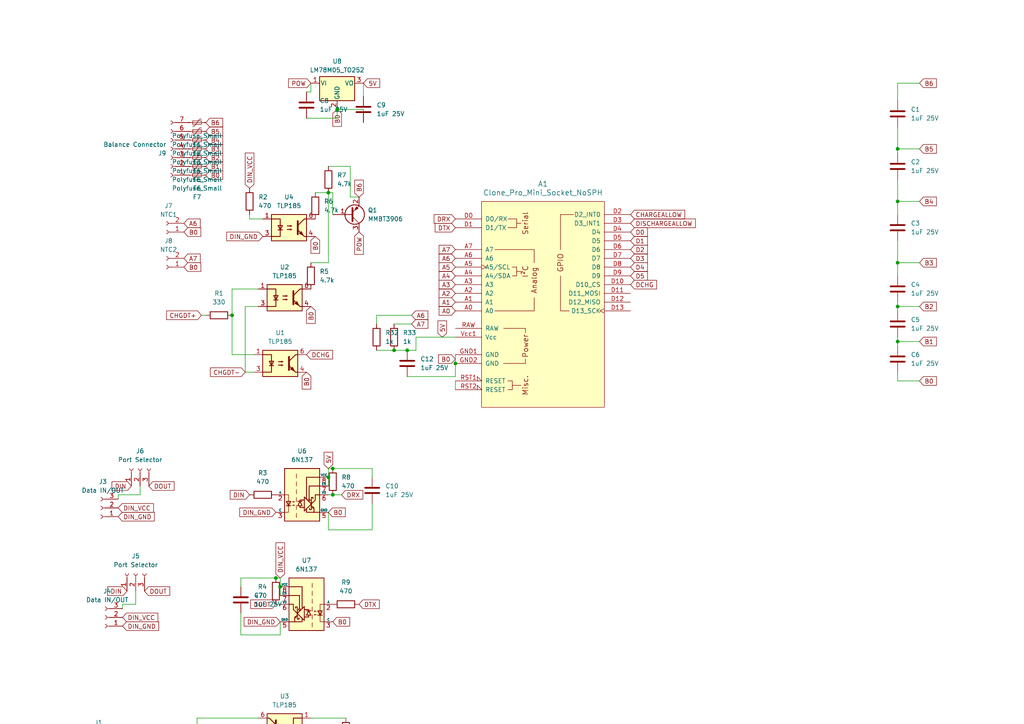
<source format=kicad_sch>
(kicad_sch (version 20230121) (generator eeschema)
  (paper "A4")
  (junction (at 454.66 73.66))
  (junction (at 693.42 81.28))
  (junction (at 335.28 93.98))
  (junction (at 374.65 72.39))
  (junction (at 337.82 59.69))
  (junction (at 412.75 30.48))
  (junction (at 471.17 129.54))
  (junction (at 372.11 36.83))
  (junction (at 415.29 25.4))
  (junction (at 549.91 154.94))
  (junction (at 118.11 101.6))
  (junction (at 373.38 143.51))
  (junction (at 260.35 88.9))
  (junction (at 685.8 153.67))
  (junction (at 645.16 151.13))
  (junction (at 96.52 143.51))
  (junction (at 361.95 36.83))
  (junction (at 335.28 24.13))
  (junction (at 95.25 138.43))
  (junction (at 260.35 43.18))
  (junction (at 509.27 152.4))
  (junction (at 260.35 99.06))
  (junction (at 97.79 31.75))
  (junction (at 332.74 99.06))
  (junction (at 96.52 135.89))
  (junction (at 260.35 76.2))
  (junction (at 444.5 73.66))
  (junction (at 693.42 44.45))
  (junction (at 67.31 91.44))
  (junction (at 561.34 128.27))
  (junction (at 334.01 135.89))
  (junction (at 680.72 36.83))
  (junction (at 114.3 101.6))
  (junction (at 441.96 38.1))
  (junction (at 698.5 161.29))
  (junction (at 336.55 130.81))
  (junction (at 95.25 55.88))
  (junction (at 562.61 162.56))
  (junction (at 640.08 71.12))
  (junction (at 80.01 167.64))
  (junction (at 645.16 114.3))
  (junction (at 452.12 38.1))
  (junction (at 332.74 29.21))
  (junction (at 548.64 120.65))
  (junction (at 335.28 64.77))
  (junction (at 415.29 66.04))
  (junction (at 417.83 60.96))
  (junction (at 81.28 170.18))
  (junction (at 364.49 72.39))
  (junction (at 640.08 34.29))
  (junction (at 680.72 73.66))
  (junction (at 363.22 143.51))
  (junction (at 698.5 124.46))
  (junction (at 685.8 116.84))
  (junction (at 508 118.11))
  (junction (at 260.35 58.42))
  (junction (at 132.08 105.41))
  (junction (at 372.11 106.68))
  (junction (at 361.95 106.68))
  (wire (pts (xy 693.42 81.28) (xy 693.42 78.74)))
  (wire (pts (xy 74.93 208.28) (xy 57.15 208.28)))
  (wire (pts (xy 33.02 214.63) (xy 57.15 214.63)))
  (wire (pts (xy 374.65 72.39) (xy 377.19 72.39)))
  (wire (pts (xy 74.93 88.9) (xy 71.12 88.9)))
  (wire (pts (xy 332.74 29.21) (xy 332.74 43.18)))
  (wire (pts (xy 346.71 113.03) (xy 332.74 113.03)))
  (wire (pts (xy 97.79 31.75) (xy 97.79 34.29)))
  (wire (pts (xy 334.01 135.89) (xy 334.01 149.86)))
  (wire (pts (xy 412.75 30.48) (xy 412.75 44.45)))
  (wire (pts (xy 337.82 59.69) (xy 341.63 59.69)))
  (wire (pts (xy 412.75 30.48) (xy 419.1 30.48)))
  (wire (pts (xy 706.12 148.59) (xy 712.47 148.59)))
  (wire (pts (xy 48.26 247.65) (xy 48.26 217.17)))
  (wire (pts (xy 707.39 81.28) (xy 693.42 81.28)))
  (wire (pts (xy 34.29 143.51) (xy 34.29 144.78)))
  (wire (pts (xy 444.5 63.5) (xy 436.88 63.5)))
  (wire (pts (xy 101.6 48.26) (xy 101.6 57.15)))
  (wire (pts (xy 335.28 59.69) (xy 337.82 59.69)))
  (wire (pts (xy 379.73 54.61) (xy 379.73 59.69)))
  (wire (pts (xy 260.35 44.45) (xy 260.35 43.18)))
  (wire (pts (xy 636.27 34.29) (xy 640.08 34.29)))
  (wire (pts (xy 471.17 137.16) (xy 471.17 144.78)))
  (wire (pts (xy 95.25 55.88) (xy 96.52 55.88)))
  (wire (pts (xy 69.85 184.15) (xy 81.28 184.15)))
  (wire (pts (xy 33.02 247.65) (xy 48.26 247.65)))
  (wire (pts (xy 45.72 252.73) (xy 45.72 222.25)))
  (wire (pts (xy 707.39 34.29) (xy 707.39 44.45)))
  (wire (pts (xy 118.11 101.6) (xy 120.65 101.6)))
  (wire (pts (xy 91.44 55.88) (xy 95.25 55.88)))
  (wire (pts (xy 364.49 78.74) (xy 364.49 72.39)))
  (wire (pts (xy 712.47 151.13) (xy 712.47 161.29)))
  (wire (pts (xy 260.35 99.06) (xy 266.7 99.06)))
  (wire (pts (xy 120.65 97.79) (xy 132.08 97.79)))
  (wire (pts (xy 132.08 109.22) (xy 132.08 105.41)))
  (wire (pts (xy 601.98 50.8) (xy 613.41 50.8)))
  (wire (pts (xy 452.12 73.66) (xy 454.66 73.66)))
  (wire (pts (xy 96.52 55.88) (xy 96.52 62.23)))
  (wire (pts (xy 92.71 213.36) (xy 92.71 232.41)))
  (wire (pts (xy 471.17 119.38) (xy 471.17 120.65)))
  (wire (pts (xy 712.47 114.3) (xy 712.47 124.46)))
  (wire (pts (xy 260.35 43.18) (xy 260.35 36.83)))
  (wire (pts (xy 69.85 167.64) (xy 69.85 170.18)))
  (wire (pts (xy 260.35 97.79) (xy 260.35 99.06)))
  (wire (pts (xy 81.28 167.64) (xy 81.28 170.18)))
  (wire (pts (xy 336.55 130.81) (xy 340.36 130.81)))
  (wire (pts (xy 81.28 184.15) (xy 81.28 180.34)))
  (wire (pts (xy 105.41 35.56) (xy 105.41 31.75)))
  (wire (pts (xy 101.6 57.15) (xy 104.14 57.15)))
  (wire (pts (xy 415.29 25.4) (xy 419.1 25.4)))
  (wire (pts (xy 97.79 30.48) (xy 97.79 31.75)))
  (wire (pts (xy 640.08 34.29) (xy 640.08 33.02)))
  (wire (pts (xy 332.74 93.98) (xy 335.28 93.98)))
  (wire (pts (xy 72.39 63.5) (xy 76.2 63.5)))
  (wire (pts (xy 260.35 58.42) (xy 260.35 62.23)))
  (wire (pts (xy 335.28 24.13) (xy 339.09 24.13)))
  (wire (pts (xy 260.35 76.2) (xy 266.7 76.2)))
  (wire (pts (xy 441.96 27.94) (xy 441.96 38.1)))
  (wire (pts (xy 346.71 43.18) (xy 332.74 43.18)))
  (wire (pts (xy 561.34 128.27) (xy 561.34 125.73)))
  (wire (pts (xy 549.91 154.94) (xy 554.99 154.94)))
  (wire (pts (xy 95.25 138.43) (xy 95.25 140.97)))
  (wire (pts (xy 576.58 162.56) (xy 562.61 162.56)))
  (wire (pts (xy 645.16 114.3) (xy 645.16 113.03)))
  (wire (pts (xy 354.33 43.18) (xy 361.95 43.18)))
  (wire (pts (xy 548.64 120.65) (xy 553.72 120.65)))
  (wire (pts (xy 549.91 162.56) (xy 562.61 162.56)))
  (wire (pts (xy 114.3 93.98) (xy 119.38 93.98)))
  (wire (pts (xy 260.35 110.49) (xy 266.7 110.49)))
  (wire (pts (xy 680.72 44.45) (xy 693.42 44.45)))
  (wire (pts (xy 645.16 71.12) (xy 640.08 71.12)))
  (wire (pts (xy 88.9 34.29) (xy 97.79 34.29)))
  (wire (pts (xy 81.28 175.26) (xy 80.01 175.26)))
  (wire (pts (xy 379.73 46.99) (xy 379.73 44.45)))
  (wire (pts (xy 69.85 167.64) (xy 80.01 167.64)))
  (wire (pts (xy 120.65 101.6) (xy 120.65 97.79)))
  (wire (pts (xy 415.29 66.04) (xy 415.29 80.01)))
  (wire (pts (xy 685.8 124.46) (xy 698.5 124.46)))
  (wire (pts (xy 354.33 113.03) (xy 361.95 113.03)))
  (wire (pts (xy 58.42 91.44) (xy 59.69 91.44)))
  (wire (pts (xy 601.98 35.56) (xy 613.41 35.56)))
  (wire (pts (xy 260.35 88.9) (xy 260.35 90.17)))
  (wire (pts (xy 39.37 171.45) (xy 39.37 175.26)))
  (wire (pts (xy 698.5 124.46) (xy 698.5 121.92)))
  (wire (pts (xy 109.22 101.6) (xy 114.3 101.6)))
  (wire (pts (xy 675.64 73.66) (xy 680.72 73.66)))
  (wire (pts (xy 334.01 135.89) (xy 340.36 135.89)))
  (wire (pts (xy 90.17 213.36) (xy 92.71 213.36)))
  (wire (pts (xy 118.11 109.22) (xy 132.08 109.22)))
  (wire (pts (xy 109.22 91.44) (xy 109.22 93.98)))
  (wire (pts (xy 67.31 83.82) (xy 74.93 83.82)))
  (wire (pts (xy 72.39 62.23) (xy 72.39 63.5)))
  (wire (pts (xy 650.24 114.3) (xy 645.16 114.3)))
  (wire (pts (xy 372.11 106.68) (xy 374.65 106.68)))
  (wire (pts (xy 379.73 59.69) (xy 391.16 59.69)))
  (wire (pts (xy 71.12 107.95) (xy 73.66 107.95)))
  (wire (pts (xy 636.27 71.12) (xy 640.08 71.12)))
  (wire (pts (xy 363.22 133.35) (xy 355.6 133.35)))
  (wire (pts (xy 57.15 208.28) (xy 57.15 214.63)))
  (wire (pts (xy 562.61 162.56) (xy 562.61 160.02)))
  (wire (pts (xy 95.25 55.88) (xy 95.25 76.2)))
  (wire (pts (xy 698.5 161.29) (xy 712.47 161.29)))
  (wire (pts (xy 570.23 149.86) (xy 576.58 149.86)))
  (wire (pts (xy 680.72 81.28) (xy 693.42 81.28)))
  (wire (pts (xy 260.35 107.95) (xy 260.35 110.49)))
  (wire (pts (xy 645.16 151.13) (xy 645.16 149.86)))
  (wire (pts (xy 67.31 91.44) (xy 67.31 83.82)))
  (wire (pts (xy 361.95 113.03) (xy 361.95 106.68)))
  (wire (pts (xy 260.35 52.07) (xy 260.35 58.42)))
  (wire (pts (xy 356.87 78.74) (xy 364.49 78.74)))
  (wire (pts (xy 58.42 213.36) (xy 58.42 245.11)))
  (wire (pts (xy 332.74 99.06) (xy 332.74 113.03)))
  (wire (pts (xy 509.27 152.4) (xy 509.27 151.13)))
  (wire (pts (xy 335.28 64.77) (xy 335.28 78.74)))
  (wire (pts (xy 76.2 227.33) (xy 59.69 227.33)))
  (wire (pts (xy 641.35 114.3) (xy 645.16 114.3)))
  (wire (pts (xy 332.74 29.21) (xy 339.09 29.21)))
  (wire (pts (xy 332.74 99.06) (xy 339.09 99.06)))
  (wire (pts (xy 58.42 245.11) (xy 33.02 245.11)))
  (wire (pts (xy 372.11 36.83) (xy 374.65 36.83)))
  (wire (pts (xy 680.72 153.67) (xy 685.8 153.67)))
  (wire (pts (xy 412.75 25.4) (xy 415.29 25.4)))
  (wire (pts (xy 114.3 101.6) (xy 118.11 101.6)))
  (wire (pts (xy 369.57 106.68) (xy 372.11 106.68)))
  (wire (pts (xy 454.66 73.66) (xy 457.2 73.66)))
  (wire (pts (xy 701.04 68.58) (xy 707.39 68.58)))
  (wire (pts (xy 107.95 153.67) (xy 95.25 153.67)))
  (wire (pts (xy 69.85 177.8) (xy 69.85 184.15)))
  (wire (pts (xy 95.25 135.89) (xy 95.25 138.43)))
  (wire (pts (xy 640.08 71.12) (xy 640.08 69.85)))
  (wire (pts (xy 508 118.11) (xy 508 116.84)))
  (wire (pts (xy 641.35 151.13) (xy 645.16 151.13)))
  (wire (pts (xy 355.6 149.86) (xy 363.22 149.86)))
  (wire (pts (xy 415.29 60.96) (xy 417.83 60.96)))
  (wire (pts (xy 568.96 115.57) (xy 575.31 115.57)))
  (wire (pts (xy 81.28 170.18) (xy 81.28 172.72)))
  (wire (pts (xy 685.8 161.29) (xy 698.5 161.29)))
  (wire (pts (xy 505.46 152.4) (xy 509.27 152.4)))
  (wire (pts (xy 95.25 143.51) (xy 96.52 143.51)))
  (wire (pts (xy 548.64 128.27) (xy 561.34 128.27)))
  (wire (pts (xy 260.35 76.2) (xy 260.35 80.01)))
  (wire (pts (xy 693.42 44.45) (xy 693.42 41.91)))
  (wire (pts (xy 707.39 71.12) (xy 707.39 81.28)))
  (wire (pts (xy 441.96 27.94) (xy 434.34 27.94)))
  (wire (pts (xy 33.02 219.71) (xy 59.69 219.71)))
  (wire (pts (xy 576.58 152.4) (xy 576.58 162.56)))
  (wire (pts (xy 544.83 154.94) (xy 549.91 154.94)))
  (wire (pts (xy 426.72 44.45) (xy 412.75 44.45)))
  (wire (pts (xy 34.29 143.51) (xy 40.64 143.51)))
  (wire (pts (xy 95.25 153.67) (xy 95.25 148.59)))
  (wire (pts (xy 707.39 44.45) (xy 693.42 44.45)))
  (wire (pts (xy 459.74 48.26) (xy 459.74 45.72)))
  (wire (pts (xy 364.49 62.23) (xy 356.87 62.23)))
  (wire (pts (xy 449.58 38.1) (xy 452.12 38.1)))
  (wire (pts (xy 45.72 222.25) (xy 33.02 222.25)))
  (wire (pts (xy 76.2 232.41) (xy 55.88 232.41)))
  (wire (pts (xy 685.8 116.84) (xy 690.88 116.84)))
  (wire (pts (xy 363.22 149.86) (xy 363.22 143.51)))
  (wire (pts (xy 107.95 146.05) (xy 107.95 153.67)))
  (wire (pts (xy 132.08 102.87) (xy 132.08 105.41)))
  (wire (pts (xy 260.35 87.63) (xy 260.35 88.9)))
  (wire (pts (xy 347.98 149.86) (xy 334.01 149.86)))
  (wire (pts (xy 100.33 215.9) (xy 100.33 217.17)))
  (wire (pts (xy 260.35 24.13) (xy 266.7 24.13)))
  (wire (pts (xy 441.96 38.1) (xy 441.96 44.45)))
  (wire (pts (xy 504.19 118.11) (xy 508 118.11)))
  (wire (pts (xy 601.98 45.72) (xy 601.98 50.8)))
  (wire (pts (xy 685.8 153.67) (xy 690.88 153.67)))
  (wire (pts (xy 40.64 140.97) (xy 40.64 143.51)))
  (wire (pts (xy 675.64 36.83) (xy 680.72 36.83)))
  (wire (pts (xy 370.84 143.51) (xy 373.38 143.51)))
  (wire (pts (xy 379.73 44.45) (xy 391.16 44.45)))
  (wire (pts (xy 260.35 29.21) (xy 260.35 24.13)))
  (wire (pts (xy 349.25 78.74) (xy 335.28 78.74)))
  (wire (pts (xy 107.95 138.43) (xy 107.95 135.89)))
  (wire (pts (xy 260.35 99.06) (xy 260.35 100.33)))
  (wire (pts (xy 55.88 232.41) (xy 55.88 250.19)))
  (wire (pts (xy 96.52 143.51) (xy 99.06 143.51)))
  (wire (pts (xy 444.5 73.66) (xy 444.5 63.5)))
  (wire (pts (xy 650.24 151.13) (xy 645.16 151.13)))
  (wire (pts (xy 459.74 45.72) (xy 471.17 45.72)))
  (wire (pts (xy 459.74 55.88) (xy 459.74 60.96)))
  (wire (pts (xy 701.04 31.75) (xy 707.39 31.75)))
  (wire (pts (xy 90.17 76.2) (xy 95.25 76.2)))
  (wire (pts (xy 105.41 31.75) (xy 97.79 31.75)))
  (wire (pts (xy 434.34 44.45) (xy 441.96 44.45)))
  (wire (pts (xy 698.5 161.29) (xy 698.5 158.75)))
  (wire (pts (xy 48.26 217.17) (xy 33.02 217.17)))
  (wire (pts (xy 91.44 227.33) (xy 100.33 227.33)))
  (wire (pts (xy 361.95 26.67) (xy 354.33 26.67)))
  (wire (pts (xy 513.08 118.11) (xy 508 118.11)))
  (wire (pts (xy 105.41 24.13) (xy 105.41 27.94)))
  (wire (pts (xy 33.02 252.73) (xy 45.72 252.73)))
  (wire (pts (xy 436.88 80.01) (xy 444.5 80.01)))
  (wire (pts (xy 369.57 36.83) (xy 372.11 36.83)))
  (wire (pts (xy 543.56 120.65) (xy 548.64 120.65)))
  (wire (pts (xy 680.72 116.84) (xy 685.8 116.84)))
  (wire (pts (xy 415.29 66.04) (xy 421.64 66.04)))
  (wire (pts (xy 260.35 69.85) (xy 260.35 76.2)))
  (wire (pts (xy 71.12 88.9) (xy 71.12 107.95)))
  (wire (pts (xy 444.5 80.01) (xy 444.5 73.66)))
  (wire (pts (xy 361.95 36.83) (xy 361.95 43.18)))
  (wire (pts (xy 80.01 167.64) (xy 81.28 167.64)))
  (wire (pts (xy 471.17 129.54) (xy 476.25 129.54)))
  (wire (pts (xy 100.33 208.28) (xy 90.17 208.28)))
  (wire (pts (xy 35.56 175.26) (xy 35.56 176.53)))
  (wire (pts (xy 452.12 38.1) (xy 454.66 38.1)))
  (wire (pts (xy 575.31 118.11) (xy 575.31 128.27)))
  (wire (pts (xy 706.12 111.76) (xy 712.47 111.76)))
  (wire (pts (xy 96.52 135.89) (xy 107.95 135.89)))
  (wire (pts (xy 680.72 36.83) (xy 685.8 36.83)))
  (wire (pts (xy 361.95 26.67) (xy 361.95 36.83)))
  (wire (pts (xy 361.95 106.68) (xy 361.95 96.52)))
  (wire (pts (xy 58.42 213.36) (xy 74.93 213.36)))
  (wire (pts (xy 334.01 130.81) (xy 336.55 130.81)))
  (wire (pts (xy 33.02 250.19) (xy 55.88 250.19)))
  (wire (pts (xy 260.35 43.18) (xy 266.7 43.18)))
  (wire (pts (xy 459.74 60.96) (xy 471.17 60.96)))
  (wire (pts (xy 364.49 72.39) (xy 364.49 62.23)))
  (wire (pts (xy 373.38 143.51) (xy 375.92 143.51)))
  (wire (pts (xy 119.38 91.44) (xy 109.22 91.44)))
  (wire (pts (xy 67.31 102.87) (xy 67.31 91.44)))
  (wire (pts (xy 601.98 38.1) (xy 601.98 35.56)))
  (wire (pts (xy 59.69 227.33) (xy 59.69 219.71)))
  (wire (pts (xy 680.72 73.66) (xy 685.8 73.66)))
  (wire (pts (xy 361.95 96.52) (xy 354.33 96.52)))
  (wire (pts (xy 429.26 80.01) (xy 415.29 80.01)))
  (wire (pts (xy 575.31 128.27) (xy 561.34 128.27)))
  (wire (pts (xy 132.08 110.49) (xy 132.08 113.03)))
  (wire (pts (xy 96.52 135.89) (xy 95.25 135.89)))
  (wire (pts (xy 95.25 48.26) (xy 101.6 48.26)))
  (wire (pts (xy 514.35 152.4) (xy 509.27 152.4)))
  (wire (pts (xy 73.66 102.87) (xy 67.31 102.87)))
  (wire (pts (xy 372.11 72.39) (xy 374.65 72.39)))
  (wire (pts (xy 712.47 124.46) (xy 698.5 124.46)))
  (wire (pts (xy 88.9 26.67) (xy 90.17 26.67)))
  (wire (pts (xy 35.56 175.26) (xy 39.37 175.26)))
  (wire (pts (xy 363.22 143.51) (xy 363.22 133.35)))
  (wire (pts (xy 335.28 93.98) (xy 339.09 93.98)))
  (wire (pts (xy 335.28 64.77) (xy 341.63 64.77)))
  (wire (pts (xy 92.71 232.41) (xy 91.44 232.41)))
  (wire (pts (xy 90.17 26.67) (xy 90.17 24.13)))
  (wire (pts (xy 417.83 60.96) (xy 421.64 60.96)))
  (wire (pts (xy 645.16 34.29) (xy 640.08 34.29)))
  (wire (pts (xy 260.35 88.9) (xy 266.7 88.9)))
  (wire (pts (xy 471.17 128.27) (xy 471.17 129.54)))
  (wire (pts (xy 332.74 24.13) (xy 335.28 24.13)))
  (wire (pts (xy 260.35 58.42) (xy 266.7 58.42)))
  (global_label "B0" (shape input) (at 373.38 151.13 270) (property "Intersheetrefs" "${INTERSHEET_REFS}" (effects hide)))
  (global_label "D3" (shape input) (at 636.27 71.12 180) (property "Intersheetrefs" "${INTERSHEET_REFS}" (effects hide)))
  (global_label "B0" (shape input) (at 454.66 81.28 270) (property "Intersheetrefs" "${INTERSHEET_REFS}" (effects hide)))
  (global_label "DTX" (shape input) (at 104.14 175.26 0) (property "Intersheetrefs" "${INTERSHEET_REFS}" (effects hide)))
  (global_label "D5" (shape input) (at 641.35 151.13 180) (property "Intersheetrefs" "${INTERSHEET_REFS}" (effects hide)))
  (global_label "CHARGEALLOW" (shape input) (at 182.88 62.23 0) (property "Intersheetrefs" "${INTERSHEET_REFS}" (effects hide)))
  (global_label "A5" (shape input) (at 132.08 77.47 180) (property "Intersheetrefs" "${INTERSHEET_REFS}" (effects hide)))
  (global_label "B3" (shape input) (at 59.69 43.18 0) (property "Intersheetrefs" "${INTERSHEET_REFS}" (effects hide)))
  (global_label "B0" (shape input) (at 613.41 50.8 270) (property "Intersheetrefs" "${INTERSHEET_REFS}" (effects hide)))
  (global_label "B6" (shape input) (at 712.47 148.59 0) (property "Intersheetrefs" "${INTERSHEET_REFS}" (effects hide)))
  (global_label "D2" (shape input) (at 636.27 34.29 180) (property "Intersheetrefs" "${INTERSHEET_REFS}" (effects hide)))
  (global_label "A7" (shape input) (at 53.34 74.93 0) (property "Intersheetrefs" "${INTERSHEET_REFS}" (effects hide)))
  (global_label "A7" (shape input) (at 119.38 93.98 0) (property "Intersheetrefs" "${INTERSHEET_REFS}" (effects hide)))
  (global_label "A3" (shape input) (at 375.92 143.51 0) (property "Intersheetrefs" "${INTERSHEET_REFS}" (effects hide)))
  (global_label "B0" (shape input) (at 508 109.22 90) (property "Intersheetrefs" "${INTERSHEET_REFS}" (effects hide)))
  (global_label "B4" (shape input) (at 266.7 58.42 0) (property "Intersheetrefs" "${INTERSHEET_REFS}" (effects hide)))
  (global_label "DIN_GND" (shape input) (at 81.28 180.34 180) (property "Intersheetrefs" "${INTERSHEET_REFS}" (effects hide)))
  (global_label "B0" (shape input) (at 471.17 144.78 270) (property "Intersheetrefs" "${INTERSHEET_REFS}" (effects hide)))
  (global_label "B4" (shape input) (at 59.69 40.64 0) (property "Intersheetrefs" "${INTERSHEET_REFS}" (effects hide)))
  (global_label "B6" (shape input) (at 104.14 57.15 90) (property "Intersheetrefs" "${INTERSHEET_REFS}" (effects hide)))
  (global_label "Vref" (shape input) (at 645.16 76.2 180) (property "Intersheetrefs" "${INTERSHEET_REFS}" (effects hide)))
  (global_label "DIN_GND" (shape input) (at 35.56 181.61 0) (property "Intersheetrefs" "${INTERSHEET_REFS}" (effects hide)))
  (global_label "DIN_GND" (shape input) (at 34.29 149.86 0) (property "Intersheetrefs" "${INTERSHEET_REFS}" (effects hide)))
  (global_label "5V" (shape input) (at 471.17 119.38 90) (property "Intersheetrefs" "${INTERSHEET_REFS}" (effects hide)))
  (global_label "B0" (shape input) (at 471.17 60.96 270) (property "Intersheetrefs" "${INTERSHEET_REFS}" (effects hide)))
  (global_label "DTX" (shape input) (at 132.08 66.04 180) (property "Intersheetrefs" "${INTERSHEET_REFS}" (effects hide)))
  (global_label "A0" (shape input) (at 374.65 36.83 0) (property "Intersheetrefs" "${INTERSHEET_REFS}" (effects hide)))
  (global_label "B0" (shape input) (at 335.28 16.51 90) (property "Intersheetrefs" "${INTERSHEET_REFS}" (effects hide)))
  (global_label "B0" (shape input) (at 53.34 77.47 0) (property "Intersheetrefs" "${INTERSHEET_REFS}" (effects hide)))
  (global_label "A5" (shape input) (at 457.2 73.66 0) (property "Intersheetrefs" "${INTERSHEET_REFS}" (effects hide)))
  (global_label "B5" (shape input) (at 712.47 111.76 0) (property "Intersheetrefs" "${INTERSHEET_REFS}" (effects hide)))
  (global_label "A6" (shape input) (at 119.38 91.44 0) (property "Intersheetrefs" "${INTERSHEET_REFS}" (effects hide)))
  (global_label "B0" (shape input) (at 640.08 25.4 90) (property "Intersheetrefs" "${INTERSHEET_REFS}" (effects hide)))
  (global_label "CHGDT+" (shape input) (at 33.02 224.79 0) (property "Intersheetrefs" "${INTERSHEET_REFS}" (effects hide)))
  (global_label "5V" (shape input) (at 95.25 135.89 90) (property "Intersheetrefs" "${INTERSHEET_REFS}" (effects hide)))
  (global_label "B0" (shape input) (at 95.25 148.59 0) (property "Intersheetrefs" "${INTERSHEET_REFS}" (effects hide)))
  (global_label "B1" (shape input) (at 327.66 64.77 180) (property "Intersheetrefs" "${INTERSHEET_REFS}" (effects hide)))
  (global_label "DIN_GND" (shape input) (at 80.01 148.59 180) (property "Intersheetrefs" "${INTERSHEET_REFS}" (effects hide)))
  (global_label "B6" (shape input) (at 59.69 35.56 0) (property "Intersheetrefs" "${INTERSHEET_REFS}" (effects hide)))
  (global_label "A2" (shape input) (at 374.65 106.68 0) (property "Intersheetrefs" "${INTERSHEET_REFS}" (effects hide)))
  (global_label "B0" (shape input) (at 645.16 105.41 90) (property "Intersheetrefs" "${INTERSHEET_REFS}" (effects hide)))
  (global_label "A4" (shape input) (at 454.66 38.1 0) (property "Intersheetrefs" "${INTERSHEET_REFS}" (effects hide)))
  (global_label "B4" (shape input) (at 326.39 130.81 180) (property "Intersheetrefs" "${INTERSHEET_REFS}" (effects hide)))
  (global_label "5V" (shape input) (at 105.41 24.13 0) (property "Intersheetrefs" "${INTERSHEET_REFS}" (effects hide)))
  (global_label "DIN" (shape input) (at 38.1 140.97 180) (property "Intersheetrefs" "${INTERSHEET_REFS}" (effects hide)))
  (global_label "A2" (shape input) (at 132.08 85.09 180) (property "Intersheetrefs" "${INTERSHEET_REFS}" (effects hide)))
  (global_label "D3" (shape input) (at 182.88 74.93 0) (property "Intersheetrefs" "${INTERSHEET_REFS}" (effects hide)))
  (global_label "B4" (shape input) (at 712.47 114.3 0) (property "Intersheetrefs" "${INTERSHEET_REFS}" (effects hide)))
  (global_label "B3" (shape input) (at 325.12 93.98 180) (property "Intersheetrefs" "${INTERSHEET_REFS}" (effects hide)))
  (global_label "POW" (shape input) (at 613.41 35.56 90) (property "Intersheetrefs" "${INTERSHEET_REFS}" (effects hide)))
  (global_label "A3" (shape input) (at 132.08 82.55 180) (property "Intersheetrefs" "${INTERSHEET_REFS}" (effects hide)))
  (global_label "B0" (shape input) (at 415.29 17.78 90) (property "Intersheetrefs" "${INTERSHEET_REFS}" (effects hide)))
  (global_label "B0" (shape input) (at 391.16 59.69 270) (property "Intersheetrefs" "${INTERSHEET_REFS}" (effects hide)))
  (global_label "B0" (shape input) (at 372.11 44.45 270) (property "Intersheetrefs" "${INTERSHEET_REFS}" (effects hide)))
  (global_label "DCHG" (shape input) (at 88.9 102.87 0) (property "Intersheetrefs" "${INTERSHEET_REFS}" (effects hide)))
  (global_label "B5" (shape input) (at 405.13 25.4 180) (property "Intersheetrefs" "${INTERSHEET_REFS}" (effects hide)))
  (global_label "CHGDT+" (shape input) (at 58.42 91.44 180) (property "Intersheetrefs" "${INTERSHEET_REFS}" (effects hide)))
  (global_label "A6" (shape input) (at 132.08 74.93 180) (property "Intersheetrefs" "${INTERSHEET_REFS}" (effects hide)))
  (global_label "Vref" (shape input) (at 476.25 129.54 0) (property "Intersheetrefs" "${INTERSHEET_REFS}" (effects hide)))
  (global_label "B1" (shape input) (at 576.58 152.4 0) (property "Intersheetrefs" "${INTERSHEET_REFS}" (effects hide)))
  (global_label "B1" (shape input) (at 325.12 24.13 180) (property "Intersheetrefs" "${INTERSHEET_REFS}" (effects hide)))
  (global_label "B5" (shape input) (at 400.05 66.04 180) (property "Intersheetrefs" "${INTERSHEET_REFS}" (effects hide)))
  (global_label "A0" (shape input) (at 132.08 90.17 180) (property "Intersheetrefs" "${INTERSHEET_REFS}" (effects hide)))
  (global_label "B2" (shape input) (at 576.58 149.86 0) (property "Intersheetrefs" "${INTERSHEET_REFS}" (effects hide)))
  (global_label "D5" (shape input) (at 182.88 80.01 0) (property "Intersheetrefs" "${INTERSHEET_REFS}" (effects hide)))
  (global_label "B5" (shape input) (at 712.47 151.13 0) (property "Intersheetrefs" "${INTERSHEET_REFS}" (effects hide)))
  (global_label "B0" (shape input) (at 266.7 110.49 0) (property "Intersheetrefs" "${INTERSHEET_REFS}" (effects hide)))
  (global_label "A7" (shape input) (at 132.08 72.39 180) (property "Intersheetrefs" "${INTERSHEET_REFS}" (effects hide)))
  (global_label "B0" (shape input) (at 452.12 45.72 270) (property "Intersheetrefs" "${INTERSHEET_REFS}" (effects hide)))
  (global_label "Vref" (shape input) (at 650.24 156.21 180) (property "Intersheetrefs" "${INTERSHEET_REFS}" (effects hide)))
  (global_label "B0" (shape input) (at 132.08 104.14 180) (property "Intersheetrefs" "${INTERSHEET_REFS}" (effects hide)))
  (global_label "Vref" (shape input) (at 514.35 157.48 180) (property "Intersheetrefs" "${INTERSHEET_REFS}" (effects hide)))
  (global_label "DIN_VCC" (shape input) (at 81.28 167.64 90) (property "Intersheetrefs" "${INTERSHEET_REFS}" (effects hide)))
  (global_label "B0" (shape input) (at 88.9 107.95 270) (property "Intersheetrefs" "${INTERSHEET_REFS}" (effects hide)))
  (global_label "B2" (shape input) (at 707.39 34.29 0) (property "Intersheetrefs" "${INTERSHEET_REFS}" (effects hide)))
  (global_label "D0" (shape input) (at 182.88 67.31 0) (property "Intersheetrefs" "${INTERSHEET_REFS}" (effects hide)))
  (global_label "CHGDT-" (shape input) (at 33.02 227.33 0) (property "Intersheetrefs" "${INTERSHEET_REFS}" (effects hide)))
  (global_label "DOUT" (shape input) (at 43.18 140.97 0) (property "Intersheetrefs" "${INTERSHEET_REFS}" (effects hide)))
  (global_label "DIN" (shape input) (at 36.83 171.45 180) (property "Intersheetrefs" "${INTERSHEET_REFS}" (effects hide)))
  (global_label "DIN_GND" (shape input) (at 76.2 68.58 180) (property "Intersheetrefs" "${INTERSHEET_REFS}" (effects hide)))
  (global_label "B6" (shape input) (at 266.7 24.13 0) (property "Intersheetrefs" "${INTERSHEET_REFS}" (effects hide)))
  (global_label "D2" (shape input) (at 182.88 72.39 0) (property "Intersheetrefs" "${INTERSHEET_REFS}" (effects hide)))
  (global_label "A1" (shape input) (at 132.08 87.63 180) (property "Intersheetrefs" "${INTERSHEET_REFS}" (effects hide)))
  (global_label "B0" (shape input) (at 53.34 67.31 0) (property "Intersheetrefs" "${INTERSHEET_REFS}" (effects hide)))
  (global_label "B3" (shape input) (at 266.7 76.2 0) (property "Intersheetrefs" "${INTERSHEET_REFS}" (effects hide)))
  (global_label "D0" (shape input) (at 504.19 118.11 180) (property "Intersheetrefs" "${INTERSHEET_REFS}" (effects hide)))
  (global_label "B0" (shape input) (at 97.79 31.75 270) (property "Intersheetrefs" "${INTERSHEET_REFS}" (effects hide)))
  (global_label "B0" (shape input) (at 645.16 142.24 90) (property "Intersheetrefs" "${INTERSHEET_REFS}" (effects hide)))
  (global_label "B0" (shape input) (at 59.69 50.8 0) (property "Intersheetrefs" "${INTERSHEET_REFS}" (effects hide)))
  (global_label "B2" (shape input) (at 59.69 45.72 0) (property "Intersheetrefs" "${INTERSHEET_REFS}" (effects hide)))
  (global_label "D4" (shape input) (at 182.88 77.47 0) (property "Intersheetrefs" "${INTERSHEET_REFS}" (effects hide)))
  (global_label "B3" (shape input) (at 707.39 31.75 0) (property "Intersheetrefs" "${INTERSHEET_REFS}" (effects hide)))
  (global_label "CHARGEALLOW" (shape input) (at 100.33 219.71 0) (property "Intersheetrefs" "${INTERSHEET_REFS}" (effects hide)))
  (global_label "B1" (shape input) (at 575.31 115.57 0) (property "Intersheetrefs" "${INTERSHEET_REFS}" (effects hide)))
  (global_label "A6" (shape input) (at 53.34 64.77 0) (property "Intersheetrefs" "${INTERSHEET_REFS}" (effects hide)))
  (global_label "CHGDT+" (shape input) (at 33.02 255.27 0) (property "Intersheetrefs" "${INTERSHEET_REFS}" (effects hide)))
  (global_label "B1" (shape input) (at 266.7 99.06 0) (property "Intersheetrefs" "${INTERSHEET_REFS}" (effects hide)))
  (global_label "5V" (shape input) (at 128.27 97.79 90) (property "Intersheetrefs" "${INTERSHEET_REFS}" (effects hide)))
  (global_label "Vref" (shape input) (at 650.24 119.38 180) (property "Intersheetrefs" "${INTERSHEET_REFS}" (effects hide)))
  (global_label "B5" (shape input) (at 59.69 38.1 0) (property "Intersheetrefs" "${INTERSHEET_REFS}" (effects hide)))
  (global_label "B0" (shape input) (at 337.82 52.07 90) (property "Intersheetrefs" "${INTERSHEET_REFS}" (effects hide)))
  (global_label "A1" (shape input) (at 377.19 72.39 0) (property "Intersheetrefs" "${INTERSHEET_REFS}" (effects hide)))
  (global_label "D1" (shape input) (at 182.88 69.85 0) (property "Intersheetrefs" "${INTERSHEET_REFS}" (effects hide)))
  (global_label "DIN_VCC" (shape input) (at 72.39 54.61 90) (property "Intersheetrefs" "${INTERSHEET_REFS}" (effects hide)))
  (global_label "D4" (shape input) (at 641.35 114.3 180) (property "Intersheetrefs" "${INTERSHEET_REFS}" (effects hide)))
  (global_label "D1" (shape input) (at 505.46 152.4 180) (property "Intersheetrefs" "${INTERSHEET_REFS}" (effects hide)))
  (global_label "DOUT" (shape input) (at 41.91 171.45 0) (property "Intersheetrefs" "${INTERSHEET_REFS}" (effects hide)))
  (global_label "B3" (shape input) (at 326.39 135.89 180) (property "Intersheetrefs" "${INTERSHEET_REFS}" (effects hide)))
  (global_label "B0" (shape input) (at 509.27 143.51 90) (property "Intersheetrefs" "${INTERSHEET_REFS}" (effects hide)))
  (global_label "DIN_VCC" (shape input) (at 35.56 179.07 0) (property "Intersheetrefs" "${INTERSHEET_REFS}" (effects hide)))
  (global_label "POW" (shape input) (at 104.14 67.31 270) (property "Intersheetrefs" "${INTERSHEET_REFS}" (effects hide)))
  (global_label "B4" (shape input) (at 405.13 30.48 180) (property "Intersheetrefs" "${INTERSHEET_REFS}" (effects hide)))
  (global_label "B0" (shape input) (at 91.44 68.58 270) (property "Intersheetrefs" "${INTERSHEET_REFS}" (effects hide)))
  (global_label "A4" (shape input) (at 132.08 80.01 180) (property "Intersheetrefs" "${INTERSHEET_REFS}" (effects hide)))
  (global_label "Vref" (shape input) (at 513.08 123.19 180) (property "Intersheetrefs" "${INTERSHEET_REFS}" (effects hide)))
  (global_label "POW" (shape input) (at 391.16 44.45 90) (property "Intersheetrefs" "${INTERSHEET_REFS}" (effects hide)))
  (global_label "B0" (shape input) (at 92.71 229.87 0) (property "Intersheetrefs" "${INTERSHEET_REFS}" (effects hide)))
  (global_label "DRX" (shape input) (at 132.08 63.5 180) (property "Intersheetrefs" "${INTERSHEET_REFS}" (effects hide)))
  (global_label "B0" (shape input) (at 374.65 80.01 270) (property "Intersheetrefs" "${INTERSHEET_REFS}" (effects hide)))
  (global_label "CHGDT-" (shape input) (at 33.02 257.81 0) (property "Intersheetrefs" "${INTERSHEET_REFS}" (effects hide)))
  (global_label "B0" (shape input) (at 336.55 123.19 90) (property "Intersheetrefs" "${INTERSHEET_REFS}" (effects hide)))
  (global_label "B2" (shape input) (at 327.66 59.69 180) (property "Intersheetrefs" "${INTERSHEET_REFS}" (effects hide)))
  (global_label "DOUT" (shape input) (at 80.01 175.26 180) (property "Intersheetrefs" "${INTERSHEET_REFS}" (effects hide)))
  (global_label "DRX" (shape input) (at 99.06 143.51 0) (property "Intersheetrefs" "${INTERSHEET_REFS}" (effects hide)))
  (global_label "B0" (shape input) (at 640.08 62.23 90) (property "Intersheetrefs" "${INTERSHEET_REFS}" (effects hide)))
  (global_label "DIN" (shape input) (at 72.39 143.51 180) (property "Intersheetrefs" "${INTERSHEET_REFS}" (effects hide)))
  (global_label "POW" (shape input) (at 471.17 45.72 90) (property "Intersheetrefs" "${INTERSHEET_REFS}" (effects hide)))
  (global_label "DISCHARGEALLOW" (shape input) (at 100.33 217.17 0) (property "Intersheetrefs" "${INTERSHEET_REFS}" (effects hide)))
  (global_label "B2" (shape input) (at 325.12 99.06 180) (property "Intersheetrefs" "${INTERSHEET_REFS}" (effects hide)))
  (global_label "B0" (shape input) (at 96.52 180.34 0) (property "Intersheetrefs" "${INTERSHEET_REFS}" (effects hide)))
  (global_label "B0" (shape input) (at 335.28 86.36 90) (property "Intersheetrefs" "${INTERSHEET_REFS}" (effects hide)))
  (global_label "CHGDT-" (shape input) (at 71.12 107.95 180) (property "Intersheetrefs" "${INTERSHEET_REFS}" (effects hide)))
  (global_label "Vref" (shape input) (at 645.16 39.37 180) (property "Intersheetrefs" "${INTERSHEET_REFS}" (effects hide)))
  (global_label "B5" (shape input) (at 266.7 43.18 0) (property "Intersheetrefs" "${INTERSHEET_REFS}" (effects hide)))
  (global_label "B2" (shape input) (at 266.7 88.9 0) (property "Intersheetrefs" "${INTERSHEET_REFS}" (effects hide)))
  (global_label "DCHG" (shape input) (at 182.88 82.55 0) (property "Intersheetrefs" "${INTERSHEET_REFS}" (effects hide)))
  (global_label "B3" (shape input) (at 707.39 71.12 0) (property "Intersheetrefs" "${INTERSHEET_REFS}" (effects hide)))
  (global_label "B0" (shape input) (at 417.83 53.34 90) (property "Intersheetrefs" "${INTERSHEET_REFS}" (effects hide)))
  (global_label "B0" (shape input) (at 575.31 118.11 0) (property "Intersheetrefs" "${INTERSHEET_REFS}" (effects hide)))
  (global_label "B0" (shape input) (at 325.12 29.21 180) (property "Intersheetrefs" "${INTERSHEET_REFS}" (effects hide)))
  (global_label "DIN_VCC" (shape input) (at 34.29 147.32 0) (property "Intersheetrefs" "${INTERSHEET_REFS}" (effects hide)))
  (global_label "B1" (shape input) (at 59.69 48.26 0) (property "Intersheetrefs" "${INTERSHEET_REFS}" (effects hide)))
  (global_label "B0" (shape input) (at 90.17 88.9 270) (property "Intersheetrefs" "${INTERSHEET_REFS}" (effects hide)))
  (global_label "B4" (shape input) (at 707.39 68.58 0) (property "Intersheetrefs" "${INTERSHEET_REFS}" (effects hide)))
  (global_label "B6" (shape input) (at 400.05 60.96 180) (property "Intersheetrefs" "${INTERSHEET_REFS}" (effects hide)))
  (global_label "POW" (shape input) (at 90.17 24.13 180) (property "Intersheetrefs" "${INTERSHEET_REFS}" (effects hide)))
  (global_label "B0" (shape input) (at 372.11 114.3 270) (property "Intersheetrefs" "${INTERSHEET_REFS}" (effects hide)))
  (global_label "DISCHARGEALLOW" (shape input) (at 182.88 64.77 0) (property "Intersheetrefs" "${INTERSHEET_REFS}" (effects hide)))
  (symbol (lib_id "Device:R") (at 448.31 73.66 90) (unit 1)
    (property "Reference" "R43" (at 448.31 67.31 90))
    (property "Value" "10k" (at 448.31 69.85 90))
    (property "Footprint" "Resistor_SMD:R_0805_2012Metric_Pad1.20x1.40mm_HandSolder" (effects hide))
  )
  (symbol (lib_id "Device:R") (at 702.31 148.59 270) (unit 1)
    (property "Reference" "R63" (at 702.31 142.24 90))
    (property "Value" "33" (at 702.31 144.78 90))
    (property "Footprint" "Resistor_SMD:R_1206_3216Metric_Pad1.30x1.75mm_HandSolder" (effects hide))
  )
  (symbol (lib_id "Connector:Conn_01x06_Socket") (at 27.94 222.25 180) (unit 1)
    (property "Reference" "J1" (at 28.575 209.55 0))
    (property "Value" "CHG/DSCHG CTRL" (at 28.575 212.09 0))
    (property "Footprint" "Connector_JST:JST_XH_S6B-XH-A_1x06_P2.50mm_Horizontal" (effects hide))
  )
  (symbol (lib_id "Mechanical:MountingHole") (at 303.53 185.42 0) (unit 1)
    (property "Reference" "H2" (at 306.07 184.15 0) (effects (justify left)))
    (property "Value" "MountingHole" (at 306.07 186.69 0) (effects (justify left)))
    (property "Footprint" "MountingHole:MountingHole_3.2mm_M3" (effects hide))
  )
  (symbol (lib_id "Device:R") (at 351.79 149.86 90) (unit 1)
    (property "Reference" "R26" (at 351.79 143.51 90))
    (property "Value" "10k" (at 351.79 146.05 90))
    (property "Footprint" "Resistor_SMD:R_0805_2012Metric_Pad1.20x1.40mm_HandSolder" (effects hide))
  )
  (symbol (lib_id "Device:R") (at 100.33 175.26 90) (mirror x) (unit 1)
    (property "Reference" "R9" (at 100.33 168.91 90))
    (property "Value" "470" (at 100.33 171.45 90))
    (property "Footprint" "Resistor_SMD:R_0805_2012Metric_Pad1.20x1.40mm_HandSolder" (effects hide))
  )
  (symbol (lib_id "Device:R") (at 331.47 64.77 90) (unit 1)
    (property "Reference" "R19" (at 331.47 58.42 90))
    (property "Value" "10k" (at 331.47 60.96 90))
    (property "Footprint" "Resistor_SMD:R_0805_2012Metric_Pad1.20x1.40mm_HandSolder" (effects hide))
  )
  (symbol (lib_id "Device:R") (at 417.83 57.15 0) (unit 1)
    (property "Reference" "R39" (at 420.37 55.88 0) (effects (justify left)))
    (property "Value" "10k" (at 420.37 58.42 0) (effects (justify left)))
    (property "Footprint" "Resistor_SMD:R_0805_2012Metric_Pad1.20x1.40mm_HandSolder" (effects hide))
  )
  (symbol (lib_id "Device:R") (at 411.48 66.04 90) (unit 1)
    (property "Reference" "R37" (at 411.48 59.69 90))
    (property "Value" "10k" (at 411.48 62.23 90))
    (property "Footprint" "Resistor_SMD:R_0805_2012Metric_Pad1.20x1.40mm_HandSolder" (effects hide))
  )
  (symbol (lib_id "Device:R") (at 433.07 80.01 90) (unit 1)
    (property "Reference" "R41" (at 433.07 73.66 90))
    (property "Value" "10k" (at 433.07 76.2 90))
    (property "Footprint" "Resistor_SMD:R_0805_2012Metric_Pad1.20x1.40mm_HandSolder" (effects hide))
  )
  (symbol (lib_id "Device:R") (at 365.76 36.83 90) (unit 1)
    (property "Reference" "R28" (at 365.76 30.48 90))
    (property "Value" "10k" (at 365.76 33.02 90))
    (property "Footprint" "Resistor_SMD:R_0805_2012Metric_Pad1.20x1.40mm_HandSolder" (effects hide))
  )
  (symbol (lib_id "Regulator_Linear:LM78M05_TO252") (at 97.79 24.13 0) (unit 1)
    (property "Reference" "U8" (at 97.79 17.78 0))
    (property "Value" "LM78M05_TO252" (at 97.79 20.32 0))
    (property "Footprint" "Package_TO_SOT_SMD:TO-252-2" (effects hide))
    (property "Datasheet" "https://www.onsemi.com/pub/Collateral/MC78M00-D.PDF" (effects hide))
  )
  (symbol (lib_id "Pro Mini:Arduino_Pro_Mini_Socket_NoSPH") (at 157.48 88.9 0) (unit 1)
    (property "Reference" "A1" (at 157.48 53.34 0) (effects (font (size 1.524 1.524))))
    (property "Value" "Clone_Pro_Mini_Socket_NoSPH" (at 157.48 55.88 0) (effects (font (size 1.524 1.524))))
    (property "Footprint" "Pro Mini:Clone_Pro_Mini_Socket_NoSPH" (effects hide))
    (property "Datasheet" "https://docs.arduino.cc/retired/boards/arduino-pro-mini" (effects hide))
  )
  (symbol (lib_id "Transistor_BJT:MMBT3904") (at 695.96 116.84 0) (unit 1)
    (property "Reference" "Q6" (at 701.04 115.57 0) (effects (justify left)))
    (property "Value" "MMBT3904" (at 701.04 118.11 0) (effects (justify left)))
    (property "Footprint" "Package_TO_SOT_SMD:SOT-23" (effects hide))
    (property "Datasheet" "https://www.onsemi.com/pdf/datasheet/pzt3904-d.pdf" (effects hide))
  )
  (symbol (lib_id "Device:D") (at 532.13 120.65 180) (unit 1)
    (property "Reference" "D7" (at 532.13 114.3 0))
    (property "Value" "1n4007" (at 532.13 116.84 0))
    (property "Footprint" "Diode_SMD:D_SMA" (effects hide))
    (property "Sim.Device" "D" (effects hide))
    (property "Sim.Pins" "1=K 2=A" (effects hide))
  )
  (symbol (lib_id "Device:R") (at 509.27 147.32 180) (unit 1)
    (property "Reference" "R45" (at 511.81 146.05 0) (effects (justify right)))
    (property "Value" "10k" (at 511.81 148.59 0) (effects (justify right)))
    (property "Footprint" "Resistor_SMD:R_0805_2012Metric_Pad1.20x1.40mm_HandSolder" (effects hide))
  )
  (symbol (lib_id "Amplifier_Operational:LM324") (at 346.71 26.67 0) (unit 1)
    (property "Reference" "U9" (at 346.71 16.51 0))
    (property "Value" "LM324" (at 346.71 19.05 0))
    (property "Footprint" "Package_SO:SOIC-14_3.9x8.7mm_P1.27mm" (effects hide))
    (property "Datasheet" "http://www.ti.com/lit/ds/symlink/lm2902-n.pdf" (effects hide))
  )
  (symbol (lib_id "Device:R") (at 415.29 21.59 0) (unit 1)
    (property "Reference" "R38" (at 417.83 20.32 0) (effects (justify left)))
    (property "Value" "10k" (at 417.83 22.86 0) (effects (justify left)))
    (property "Footprint" "Resistor_SMD:R_0805_2012Metric_Pad1.20x1.40mm_HandSolder" (effects hide))
  )
  (symbol (lib_id "Device:R") (at 508 113.03 180) (unit 1)
    (property "Reference" "R44" (at 510.54 111.76 0) (effects (justify right)))
    (property "Value" "10k" (at 510.54 114.3 0) (effects (justify right)))
    (property "Footprint" "Resistor_SMD:R_0805_2012Metric_Pad1.20x1.40mm_HandSolder" (effects hide))
  )
  (symbol (lib_id "Transistor_BJT:MMBT3904") (at 560.07 154.94 0) (unit 1)
    (property "Reference" "Q3" (at 565.15 153.67 0) (effects (justify left)))
    (property "Value" "MMBT3904" (at 565.15 156.21 0) (effects (justify left)))
    (property "Footprint" "Package_TO_SOT_SMD:SOT-23" (effects hide))
    (property "Datasheet" "https://www.onsemi.com/pdf/datasheet/pzt3904-d.pdf" (effects hide))
  )
  (symbol (lib_id "Amplifier_Operational:LM324") (at 349.25 62.23 0) (unit 2)
    (property "Reference" "U9" (at 349.25 52.07 0))
    (property "Value" "LM324" (at 349.25 54.61 0))
    (property "Footprint" "Package_SO:SOIC-14_3.9x8.7mm_P1.27mm" (effects hide))
    (property "Datasheet" "http://www.ti.com/lit/ds/symlink/lm2902-n.pdf" (effects hide))
  )
  (symbol (lib_id "Device:D") (at 372.11 110.49 270) (unit 1)
    (property "Reference" "D2" (at 374.65 109.22 90) (effects (justify left)))
    (property "Value" "5.1V Z" (at 374.65 111.76 90) (effects (justify left)))
    (property "Footprint" "Diode_SMD:D_SMA" (effects hide))
    (property "Sim.Device" "D" (effects hide))
    (property "Sim.Pins" "1=K 2=A" (effects hide))
  )
  (symbol (lib_id "Device:D") (at 373.38 147.32 270) (unit 1)
    (property "Reference" "D3" (at 375.92 146.05 90) (effects (justify left)))
    (property "Value" "5.1V Z" (at 375.92 148.59 90) (effects (justify left)))
    (property "Footprint" "Diode_SMD:D_SMA" (effects hide))
    (property "Sim.Device" "D" (effects hide))
    (property "Sim.Pins" "1=K 2=A" (effects hide))
  )
  (symbol (lib_id "Device:R") (at 702.31 111.76 270) (unit 1)
    (property "Reference" "R62" (at 702.31 105.41 90))
    (property "Value" "33" (at 702.31 107.95 90))
    (property "Footprint" "Resistor_SMD:R_1206_3216Metric_Pad1.30x1.75mm_HandSolder" (effects hide))
  )
  (symbol (lib_id "Device:Polyfuse_Small") (at 57.15 45.72 270) (unit 1)
    (property "Reference" "F5" (at 57.15 52.07 90))
    (property "Value" "Polyfuse_Small" (at 57.15 49.53 90))
    (property "Footprint" "Resistor_SMD:R_1206_3216Metric_Pad1.30x1.75mm_HandSolder" (effects hide))
  )
  (symbol (lib_id "Device:D") (at 533.4 154.94 180) (unit 1)
    (property "Reference" "D8" (at 533.4 148.59 0))
    (property "Value" "1n4007" (at 533.4 151.13 0))
    (property "Footprint" "Diode_SMD:D_SMA" (effects hide))
    (property "Sim.Device" "D" (effects hide))
    (property "Sim.Pins" "1=K 2=A" (effects hide))
  )
  (symbol (lib_id "Device:R") (at 671.83 73.66 90) (unit 1)
    (property "Reference" "R55" (at 671.83 67.31 90))
    (property "Value" "1k" (at 671.83 69.85 90))
    (property "Footprint" "Resistor_SMD:R_0805_2012Metric_Pad1.20x1.40mm_HandSolder" (effects hide))
  )
  (symbol (lib_id "Device:D") (at 374.65 76.2 270) (unit 1)
    (property "Reference" "D4" (at 377.19 74.93 90) (effects (justify left)))
    (property "Value" "5.1V Z" (at 377.19 77.47 90) (effects (justify left)))
    (property "Footprint" "Diode_SMD:D_SMA" (effects hide))
    (property "Sim.Device" "D" (effects hide))
    (property "Sim.Pins" "1=K 2=A" (effects hide))
  )
  (symbol (lib_id "Device:R") (at 337.82 55.88 0) (unit 1)
    (property "Reference" "R23" (at 340.36 54.61 0) (effects (justify left)))
    (property "Value" "10k" (at 340.36 57.15 0) (effects (justify left)))
    (property "Footprint" "Resistor_SMD:R_0805_2012Metric_Pad1.20x1.40mm_HandSolder" (effects hide))
  )
  (symbol (lib_id "Device:R") (at 645.16 146.05 180) (unit 1)
    (property "Reference" "R59" (at 647.7 144.78 0) (effects (justify right)))
    (property "Value" "10k" (at 647.7 147.32 0) (effects (justify right)))
    (property "Footprint" "Resistor_SMD:R_0805_2012Metric_Pad1.20x1.40mm_HandSolder" (effects hide))
  )
  (symbol (lib_id "Device:C") (at 379.73 50.8 0) (unit 1)
    (property "Reference" "C11" (at 383.54 49.53 0) (effects (justify left)))
    (property "Value" "1uF 25V" (at 383.54 52.07 0) (effects (justify left)))
    (property "Footprint" "Capacitor_SMD:C_0805_2012Metric_Pad1.18x1.45mm_HandSolder" (effects hide))
  )
  (symbol (lib_id "Device:R") (at 353.06 78.74 90) (unit 1)
    (property "Reference" "R27" (at 353.06 72.39 90))
    (property "Value" "10k" (at 353.06 74.93 90))
    (property "Footprint" "Resistor_SMD:R_0805_2012Metric_Pad1.20x1.40mm_HandSolder" (effects hide))
  )
  (symbol (lib_id "Device:C") (at 105.41 31.75 0) (unit 1)
    (property "Reference" "C9" (at 109.22 30.48 0) (effects (justify left)))
    (property "Value" "1uF 25V" (at 109.22 33.02 0) (effects (justify left)))
    (property "Footprint" "Capacitor_SMD:C_0805_2012Metric_Pad1.18x1.45mm_HandSolder" (effects hide))
  )
  (symbol (lib_id "Device:R") (at 328.93 24.13 90) (unit 1)
    (property "Reference" "R12" (at 328.93 17.78 90))
    (property "Value" "10k" (at 328.93 20.32 90))
    (property "Footprint" "Resistor_SMD:R_0805_2012Metric_Pad1.20x1.40mm_HandSolder" (effects hide))
  )
  (symbol (lib_id "Device:Polyfuse_Small") (at 57.15 35.56 270) (unit 1)
    (property "Reference" "F1" (at 57.15 41.91 90))
    (property "Value" "Polyfuse_Small" (at 57.15 39.37 90))
    (property "Footprint" "Resistor_SMD:R_1206_3216Metric_Pad1.30x1.75mm_HandSolder" (effects hide))
  )
  (symbol (lib_id "Device:R") (at 541.02 154.94 90) (unit 1)
    (property "Reference" "R47" (at 541.02 148.59 90))
    (property "Value" "1k" (at 541.02 151.13 90))
    (property "Footprint" "Resistor_SMD:R_0805_2012Metric_Pad1.20x1.40mm_HandSolder" (effects hide))
  )
  (symbol (lib_id "Device:R") (at 645.16 109.22 180) (unit 1)
    (property "Reference" "R58" (at 647.7 107.95 0) (effects (justify right)))
    (property "Value" "10k" (at 647.7 110.49 0) (effects (justify right)))
    (property "Footprint" "Resistor_SMD:R_0805_2012Metric_Pad1.20x1.40mm_HandSolder" (effects hide))
  )
  (symbol (lib_id "Device:R") (at 367.03 143.51 90) (unit 1)
    (property "Reference" "R30" (at 367.03 137.16 90))
    (property "Value" "10k" (at 367.03 139.7 90))
    (property "Footprint" "Resistor_SMD:R_0805_2012Metric_Pad1.20x1.40mm_HandSolder" (effects hide))
  )
  (symbol (lib_id "Connector:Conn_01x07_Socket") (at 49.53 43.18 180) (unit 1)
    (property "Reference" "J9" (at 48.26 44.45 0) (effects (justify left)))
    (property "Value" "Balance Connector" (at 48.26 41.91 0) (effects (justify left)))
    (property "Footprint" "Connector_JST:JST_XH_S7B-XH-A_1x07_P2.50mm_Horizontal" (effects hide))
  )
  (symbol (lib_id "Device:R") (at 330.2 135.89 90) (unit 1)
    (property "Reference" "R17" (at 330.2 129.54 90))
    (property "Value" "10k" (at 330.2 132.08 90))
    (property "Footprint" "Resistor_SMD:R_0805_2012Metric_Pad1.20x1.40mm_HandSolder" (effects hide))
  )
  (symbol (lib_id "Device:D") (at 664.21 36.83 180) (unit 1)
    (property "Reference" "D11" (at 664.21 30.48 0))
    (property "Value" "1n4007" (at 664.21 33.02 0))
    (property "Footprint" "Diode_SMD:D_SMA" (effects hide))
    (property "Sim.Device" "D" (effects hide))
    (property "Sim.Pins" "1=K 2=A" (effects hide))
  )
  (symbol (lib_id "Device:C") (at 260.35 48.26 180) (unit 1)
    (property "Reference" "C2" (at 264.16 46.99 0) (effects (justify right)))
    (property "Value" "1uF 25V" (at 264.16 49.53 0) (effects (justify right)))
    (property "Footprint" "Capacitor_SMD:C_0805_2012Metric_Pad1.18x1.45mm_HandSolder" (effects hide))
  )
  (symbol (lib_id "Device:D") (at 664.21 73.66 180) (unit 1)
    (property "Reference" "D12" (at 664.21 67.31 0))
    (property "Value" "1n4007" (at 664.21 69.85 0))
    (property "Footprint" "Diode_SMD:D_SMA" (effects hide))
    (property "Sim.Device" "D" (effects hide))
    (property "Sim.Pins" "1=K 2=A" (effects hide))
  )
  (symbol (lib_id "Device:R") (at 336.55 127 0) (unit 1)
    (property "Reference" "R22" (at 339.09 125.73 0) (effects (justify left)))
    (property "Value" "10k" (at 339.09 128.27 0) (effects (justify left)))
    (property "Footprint" "Resistor_SMD:R_0805_2012Metric_Pad1.20x1.40mm_HandSolder" (effects hide))
  )
  (symbol (lib_id "Device:R") (at 100.33 223.52 0) (mirror y) (unit 1)
    (property "Reference" "R11" (at 97.79 222.25 0) (effects (justify left)))
    (property "Value" "470" (at 97.79 224.79 0) (effects (justify left)))
    (property "Footprint" "Resistor_SMD:R_0805_2012Metric_Pad1.20x1.40mm_HandSolder" (effects hide))
  )
  (symbol (lib_id "Amplifier_Operational:LM324") (at 657.86 153.67 0) (unit 4)
    (property "Reference" "U11" (at 657.86 143.51 0))
    (property "Value" "LM324" (at 657.86 146.05 0))
    (property "Footprint" "Package_SO:SOIC-14_3.9x8.7mm_P1.27mm" (effects hide))
    (property "Datasheet" "http://www.ti.com/lit/ds/symlink/lm2902-n.pdf" (effects hide))
  )
  (symbol (lib_id "Device:R") (at 96.52 139.7 0) (unit 1)
    (property "Reference" "R8" (at 99.06 138.43 0) (effects (justify left)))
    (property "Value" "470" (at 99.06 140.97 0) (effects (justify left)))
    (property "Footprint" "Resistor_SMD:R_0805_2012Metric_Pad1.20x1.40mm_HandSolder" (effects hide))
  )
  (symbol (lib_id "Device:R") (at 368.3 72.39 90) (unit 1)
    (property "Reference" "R31" (at 368.3 66.04 90))
    (property "Value" "10k" (at 368.3 68.58 90))
    (property "Footprint" "Resistor_SMD:R_0805_2012Metric_Pad1.20x1.40mm_HandSolder" (effects hide))
  )
  (symbol (lib_id "Device:R") (at 100.33 212.09 0) (mirror y) (unit 1)
    (property "Reference" "R10" (at 97.79 210.82 0) (effects (justify left)))
    (property "Value" "470" (at 97.79 213.36 0) (effects (justify left)))
    (property "Footprint" "Resistor_SMD:R_0805_2012Metric_Pad1.20x1.40mm_HandSolder" (effects hide))
  )
  (symbol (lib_id "Mechanical:MountingHole") (at 303.53 200.66 0) (unit 1)
    (property "Reference" "H4" (at 306.07 199.39 0) (effects (justify left)))
    (property "Value" "MountingHole" (at 306.07 201.93 0) (effects (justify left)))
    (property "Footprint" "MountingHole:MountingHole_3.2mm_M3" (effects hide))
  )
  (symbol (lib_id "Transistor_BJT:MMBT3904") (at 690.88 73.66 0) (unit 1)
    (property "Reference" "Q5" (at 695.96 72.39 0) (effects (justify left)))
    (property "Value" "MMBT3904" (at 695.96 74.93 0) (effects (justify left)))
    (property "Footprint" "Package_TO_SOT_SMD:SOT-23" (effects hide))
    (property "Datasheet" "https://www.onsemi.com/pdf/datasheet/pzt3904-d.pdf" (effects hide))
  )
  (symbol (lib_id "Device:R") (at 91.44 59.69 180) (unit 1)
    (property "Reference" "R6" (at 93.98 58.42 0) (effects (justify right)))
    (property "Value" "4.7k" (at 93.98 60.96 0) (effects (justify right)))
    (property "Footprint" "Resistor_SMD:R_0805_2012Metric_Pad1.20x1.40mm_HandSolder" (effects hide))
  )
  (symbol (lib_id "Amplifier_Operational:LM324") (at 657.86 116.84 0) (unit 3)
    (property "Reference" "U11" (at 657.86 106.68 0))
    (property "Value" "LM324" (at 657.86 109.22 0))
    (property "Footprint" "Package_SO:SOIC-14_3.9x8.7mm_P1.27mm" (effects hide))
    (property "Datasheet" "http://www.ti.com/lit/ds/symlink/lm2902-n.pdf" (effects hide))
  )
  (symbol (lib_id "Device:R") (at 335.28 90.17 0) (unit 1)
    (property "Reference" "R21" (at 337.82 88.9 0) (effects (justify left)))
    (property "Value" "10k" (at 337.82 91.44 0) (effects (justify left)))
    (property "Footprint" "Resistor_SMD:R_0805_2012Metric_Pad1.20x1.40mm_HandSolder" (effects hide))
  )
  (symbol (lib_id "Device:R") (at 114.3 97.79 180) (unit 1)
    (property "Reference" "R33" (at 116.84 96.52 0) (effects (justify right)))
    (property "Value" "1k" (at 116.84 99.06 0) (effects (justify right)))
    (property "Footprint" "Resistor_SMD:R_0805_2012Metric_Pad1.20x1.40mm_HandSolder" (effects hide))
  )
  (symbol (lib_id "Device:R") (at 90.17 80.01 180) (unit 1)
    (property "Reference" "R5" (at 92.71 78.74 0) (effects (justify right)))
    (property "Value" "4.7k" (at 92.71 81.28 0) (effects (justify right)))
    (property "Footprint" "Resistor_SMD:R_0805_2012Metric_Pad1.20x1.40mm_HandSolder" (effects hide))
  )
  (symbol (lib_id "Device:C") (at 88.9 30.48 0) (unit 1)
    (property "Reference" "C8" (at 92.71 29.21 0) (effects (justify left)))
    (property "Value" "1uF 25V" (at 92.71 31.75 0) (effects (justify left)))
    (property "Footprint" "Capacitor_SMD:C_0805_2012Metric_Pad1.18x1.45mm_HandSolder" (effects hide))
  )
  (symbol (lib_id "Device:R") (at 63.5 91.44 270) (unit 1)
    (property "Reference" "R1" (at 63.5 85.09 90))
    (property "Value" "330" (at 63.5 87.63 90))
    (property "Footprint" "Resistor_SMD:R_0805_2012Metric_Pad1.20x1.40mm_HandSolder" (effects hide))
  )
  (symbol (lib_id "Device:R") (at 328.93 29.21 90) (unit 1)
    (property "Reference" "R13" (at 328.93 22.86 90))
    (property "Value" "10k" (at 328.93 25.4 90))
    (property "Footprint" "Resistor_SMD:R_0805_2012Metric_Pad1.20x1.40mm_HandSolder" (effects hide))
  )
  (symbol (lib_id "Amplifier_Operational:LM324") (at 520.7 120.65 0) (unit 3)
    (property "Reference" "U10" (at 520.7 110.49 0))
    (property "Value" "LM324" (at 520.7 113.03 0))
    (property "Footprint" "Package_SO:SOIC-14_3.9x8.7mm_P1.27mm" (effects hide))
    (property "Datasheet" "http://www.ti.com/lit/ds/symlink/lm2902-n.pdf" (effects hide))
  )
  (symbol (lib_id "Connector:Conn_01x06_Socket") (at 27.94 252.73 180) (unit 1)
    (property "Reference" "J2" (at 28.575 240.03 0))
    (property "Value" "CHG/DSCHG CTRL CMP (SHORT DATA FOR STANDALONE)" (at 28.575 242.57 0))
    (property "Footprint" "Connector_JST:JST_XH_B6B-XH-AM_1x06_P2.50mm_Vertical" (effects hide))
  )
  (symbol (lib_id "Transistor_BJT:MMBT3904") (at 695.96 153.67 0) (unit 1)
    (property "Reference" "Q7" (at 701.04 152.4 0) (effects (justify left)))
    (property "Value" "MMBT3904" (at 701.04 154.94 0) (effects (justify left)))
    (property "Footprint" "Package_TO_SOT_SMD:SOT-23" (effects hide))
    (property "Datasheet" "https://www.onsemi.com/pdf/datasheet/pzt3904-d.pdf" (effects hide))
  )
  (symbol (lib_id "Device:C") (at 69.85 173.99 0) (unit 1)
    (property "Reference" "C7" (at 73.66 172.72 0) (effects (justify left)))
    (property "Value" "1uF 25V" (at 73.66 175.26 0) (effects (justify left)))
    (property "Footprint" "Capacitor_SMD:C_0805_2012Metric_Pad1.18x1.45mm_HandSolder" (effects hide))
  )
  (symbol (lib_id "Isolator:TLP185") (at 83.82 229.87 0) (mirror y) (unit 1)
    (property "Reference" "U5" (at 83.82 220.98 0))
    (property "Value" "TLP185" (at 83.82 223.52 0))
    (property "Footprint" "Package_SO:SOIC-4_4.55x3.7mm_P2.54mm" (effects hide))
    (property "Datasheet" "https://toshiba.semicon-storage.com/info/docget.jsp?did=11791&prodName=TLP185" (effects hide))
  )
  (symbol (lib_id "Device:D") (at 372.11 40.64 270) (unit 1)
    (property "Reference" "D1" (at 374.65 39.37 90) (effects (justify left)))
    (property "Value" "5.1V Z" (at 374.65 41.91 90) (effects (justify left)))
    (property "Footprint" "Diode_SMD:D_SMA" (effects hide))
    (property "Sim.Device" "D" (effects hide))
    (property "Sim.Pins" "1=K 2=A" (effects hide))
  )
  (symbol (lib_id "Device:R") (at 335.28 20.32 0) (unit 1)
    (property "Reference" "R20" (at 337.82 19.05 0) (effects (justify left)))
    (property "Value" "10k" (at 337.82 21.59 0) (effects (justify left)))
    (property "Footprint" "Resistor_SMD:R_0805_2012Metric_Pad1.20x1.40mm_HandSolder" (effects hide))
  )
  (symbol (lib_id "Transistor_BJT:MMBT3904") (at 558.8 120.65 0) (unit 1)
    (property "Reference" "Q2" (at 563.88 119.38 0) (effects (justify left)))
    (property "Value" "MMBT3904" (at 563.88 121.92 0) (effects (justify left)))
    (property "Footprint" "Package_TO_SOT_SMD:SOT-23" (effects hide))
    (property "Datasheet" "https://www.onsemi.com/pdf/datasheet/pzt3904-d.pdf" (effects hide))
  )
  (symbol (lib_id "Amplifier_Operational:LM324") (at 521.97 154.94 0) (unit 4)
    (property "Reference" "U10" (at 521.97 144.78 0))
    (property "Value" "LM324" (at 521.97 147.32 0))
    (property "Footprint" "Package_SO:SOIC-14_3.9x8.7mm_P1.27mm" (effects hide))
    (property "Datasheet" "http://www.ti.com/lit/ds/symlink/lm2902-n.pdf" (effects hide))
  )
  (symbol (lib_id "Device:D") (at 403.86 60.96 0) (unit 1)
    (property "Reference" "D20" (at 403.86 54.61 0))
    (property "Value" "5.1V Z" (at 403.86 57.15 0))
    (property "Footprint" "Diode_SMD:D_SMA" (effects hide))
    (property "Sim.Device" "D" (effects hide))
    (property "Sim.Pins" "1=K 2=A" (effects hide))
  )
  (symbol (lib_id "Device:D") (at 452.12 41.91 270) (unit 1)
    (property "Reference" "D5" (at 454.66 40.64 90) (effects (justify left)))
    (property "Value" "5.1V Z" (at 454.66 43.18 90) (effects (justify left)))
    (property "Footprint" "Diode_SMD:D_SMA" (effects hide))
    (property "Sim.Device" "D" (effects hide))
    (property "Sim.Pins" "1=K 2=A" (effects hide))
  )
  (symbol (lib_id "Device:D") (at 549.91 158.75 270) (unit 1)
    (property "Reference" "D10" (at 552.45 157.48 90) (effects (justify left)))
    (property "Value" "1n4007" (at 552.45 160.02 90) (effects (justify left)))
    (property "Footprint" "Diode_SMD:D_SMA" (effects hide))
    (property "Sim.Device" "D" (effects hide))
    (property "Sim.Pins" "1=K 2=A" (effects hide))
  )
  (symbol (lib_id "Connector:Conn_01x03_Socket") (at 30.48 179.07 180) (unit 1)
    (property "Reference" "J4" (at 31.115 171.45 0))
    (property "Value" "Data IN/OUT" (at 31.115 173.99 0))
    (property "Footprint" "Connector_JST:JST_XH_S3B-XH-A-1_1x03_P2.50mm_Horizontal" (effects hide))
  )
  (symbol (lib_id "Device:C") (at 601.98 41.91 0) (unit 1)
    (property "Reference" "C14" (at 605.79 40.64 0) (effects (justify left)))
    (property "Value" "1uF 25V" (at 605.79 43.18 0) (effects (justify left)))
    (property "Footprint" "Capacitor_SMD:C_0805_2012Metric_Pad1.18x1.45mm_HandSolder" (effects hide))
  )
  (symbol (lib_id "Amplifier_Operational:LM324") (at 347.98 133.35 0) (unit 4)
    (property "Reference" "U9" (at 347.98 123.19 0))
    (property "Value" "LM324" (at 347.98 125.73 0))
    (property "Footprint" "Package_SO:SOIC-14_3.9x8.7mm_P1.27mm" (effects hide))
    (property "Datasheet" "http://www.ti.com/lit/ds/symlink/lm2902-n.pdf" (effects hide))
  )
  (symbol (lib_id "Mechanical:MountingHole") (at 303.53 176.53 0) (unit 1)
    (property "Reference" "H3" (at 306.07 175.26 0) (effects (justify left)))
    (property "Value" "MountingHole" (at 306.07 177.8 0) (effects (justify left)))
    (property "Footprint" "MountingHole:MountingHole_3.2mm_M3" (effects hide))
  )
  (symbol (lib_id "Device:Polyfuse_Small") (at 57.15 38.1 270) (unit 1)
    (property "Reference" "F2" (at 57.15 44.45 90))
    (property "Value" "Polyfuse_Small" (at 57.15 41.91 90))
    (property "Footprint" "Resistor_SMD:R_1206_3216Metric_Pad1.30x1.75mm_HandSolder" (effects hide))
  )
  (symbol (lib_id "Device:Polyfuse_Small") (at 57.15 48.26 270) (unit 1)
    (property "Reference" "F6" (at 57.15 54.61 90))
    (property "Value" "Polyfuse_Small" (at 57.15 52.07 90))
    (property "Footprint" "Resistor_SMD:R_1206_3216Metric_Pad1.30x1.75mm_HandSolder" (effects hide))
  )
  (symbol (lib_id "Amplifier_Operational:LM324") (at 426.72 27.94 0) (unit 1)
    (property "Reference" "U10" (at 426.72 17.78 0))
    (property "Value" "LM324" (at 426.72 20.32 0))
    (property "Footprint" "Package_SO:SOIC-14_3.9x8.7mm_P1.27mm" (effects hide))
    (property "Datasheet" "http://www.ti.com/lit/ds/symlink/lm2902-n.pdf" (effects hide))
  )
  (symbol (lib_id "Device:C") (at 459.74 52.07 0) (unit 1)
    (property "Reference" "C13" (at 463.55 50.8 0) (effects (justify left)))
    (property "Value" "1uF 25V" (at 463.55 53.34 0) (effects (justify left)))
    (property "Footprint" "Capacitor_SMD:C_0805_2012Metric_Pad1.18x1.45mm_HandSolder" (effects hide))
  )
  (symbol (lib_id "Device:C") (at 260.35 66.04 180) (unit 1)
    (property "Reference" "C3" (at 264.16 64.77 0) (effects (justify right)))
    (property "Value" "1uF 25V" (at 264.16 67.31 0) (effects (justify right)))
    (property "Footprint" "Capacitor_SMD:C_0805_2012Metric_Pad1.18x1.45mm_HandSolder" (effects hide))
  )
  (symbol (lib_id "Device:R") (at 408.94 30.48 90) (unit 1)
    (property "Reference" "R35" (at 408.94 24.13 90))
    (property "Value" "10k" (at 408.94 26.67 90))
    (property "Footprint" "Resistor_SMD:R_0805_2012Metric_Pad1.20x1.40mm_HandSolder" (effects hide))
  )
  (symbol (lib_id "Connector:Conn_01x03_Socket") (at 40.64 135.89 90) (unit 1)
    (property "Reference" "J6" (at 40.64 130.81 90))
    (property "Value" "Port Selector" (at 40.64 133.35 90))
    (property "Footprint" "Connector_PinHeader_1.27mm:PinHeader_1x03_P1.27mm_Vertical" (effects hide))
  )
  (symbol (lib_id "Transistor_BJT:MMBT3906") (at 101.6 62.23 0) (mirror x) (unit 1)
    (property "Reference" "Q1" (at 106.68 60.96 0) (effects (justify left)))
    (property "Value" "MMBT3906" (at 106.68 63.5 0) (effects (justify left)))
    (property "Footprint" "Package_TO_SOT_SMD:SOT-23" (effects hide))
    (property "Datasheet" "https://www.onsemi.com/pdf/datasheet/pzt3906-d.pdf" (effects hide))
  )
  (symbol (lib_id "Isolator:6N137") (at 88.9 175.26 0) (mirror y) (unit 1)
    (property "Reference" "U7" (at 88.9 162.56 0))
    (property "Value" "6N137" (at 88.9 165.1 0))
    (property "Footprint" "Package_SO:SOIC-8_3.9x4.9mm_P1.27mm" (effects hide))
    (property "Datasheet" "https://docs.broadcom.com/docs/AV02-0940EN" (effects hide))
  )
  (symbol (lib_id "Connector:Conn_01x03_Socket") (at 29.21 147.32 180) (unit 1)
    (property "Reference" "J3" (at 29.845 139.7 0))
    (property "Value" "Data IN/OUT" (at 29.845 142.24 0))
    (property "Footprint" "Connector_JST:JST_XH_S3B-XH-A-1_1x03_P2.50mm_Horizontal" (effects hide))
  )
  (symbol (lib_id "Isolator:TLP185") (at 83.82 66.04 0) (unit 1)
    (property "Reference" "U4" (at 83.82 57.15 0))
    (property "Value" "TLP185" (at 83.82 59.69 0))
    (property "Footprint" "Package_SO:SOIC-4_4.55x3.7mm_P2.54mm" (effects hide))
    (property "Datasheet" "https://toshiba.semicon-storage.com/info/docget.jsp?did=11791&prodName=TLP185" (effects hide))
  )
  (symbol (lib_id "Device:R") (at 80.01 171.45 0) (mirror y) (unit 1)
    (property "Reference" "R4" (at 77.47 170.18 0) (effects (justify left)))
    (property "Value" "470" (at 77.47 172.72 0) (effects (justify left)))
    (property "Footprint" "Resistor_SMD:R_0805_2012Metric_Pad1.20x1.40mm_HandSolder" (effects hide))
  )
  (symbol (lib_id "Amplifier_Operational:LM324") (at 615.95 43.18 0) (unit 5)
    (property "Reference" "U11" (at 614.68 41.91 0) (effects (justify left)))
    (property "Value" "LM324" (at 614.68 44.45 0) (effects (justify left)))
    (property "Footprint" "Package_SO:SOIC-14_3.9x8.7mm_P1.27mm" (effects hide))
    (property "Datasheet" "http://www.ti.com/lit/ds/symlink/lm2902-n.pdf" (effects hide))
  )
  (symbol (lib_id "Device:R") (at 328.93 99.06 90) (unit 1)
    (property "Reference" "R15" (at 328.93 92.71 90))
    (property "Value" "10k" (at 328.93 95.25 90))
    (property "Footprint" "Resistor_SMD:R_0805_2012Metric_Pad1.20x1.40mm_HandSolder" (effects hide))
  )
  (symbol (lib_id "Device:R") (at 350.52 43.18 90) (unit 1)
    (property "Reference" "R24" (at 350.52 36.83 90))
    (property "Value" "10k" (at 350.52 39.37 90))
    (property "Footprint" "Resistor_SMD:R_0805_2012Metric_Pad1.20x1.40mm_HandSolder" (effects hide))
  )
  (symbol (lib_id "Device:R") (at 697.23 68.58 270) (unit 1)
    (property "Reference" "R57" (at 697.23 62.23 90))
    (property "Value" "33" (at 697.23 64.77 90))
    (property "Footprint" "Resistor_SMD:R_1206_3216Metric_Pad1.30x1.75mm_HandSolder" (effects hide))
  )
  (symbol (lib_id "Device:R") (at 328.93 93.98 90) (unit 1)
    (property "Reference" "R14" (at 328.93 87.63 90))
    (property "Value" "10k" (at 328.93 90.17 90))
    (property "Footprint" "Resistor_SMD:R_0805_2012Metric_Pad1.20x1.40mm_HandSolder" (effects hide))
  )
  (symbol (lib_id "Device:D") (at 685.8 157.48 270) (unit 1)
    (property "Reference" "D18" (at 688.34 156.21 90) (effects (justify left)))
    (property "Value" "1n4007" (at 688.34 158.75 90) (effects (justify left)))
    (property "Footprint" "Diode_SMD:D_SMA" (effects hide))
    (property "Sim.Device" "D" (effects hide))
    (property "Sim.Pins" "1=K 2=A" (effects hide))
  )
  (symbol (lib_id "Isolator:TLP185") (at 82.55 86.36 0) (unit 1)
    (property "Reference" "U2" (at 82.55 77.47 0))
    (property "Value" "TLP185" (at 82.55 80.01 0))
    (property "Footprint" "Package_SO:SOIC-4_4.55x3.7mm_P2.54mm" (effects hide))
    (property "Datasheet" "https://toshiba.semicon-storage.com/info/docget.jsp?did=11791&prodName=TLP185" (effects hide))
  )
  (symbol (lib_id "Device:R") (at 471.17 124.46 180) (unit 1)
    (property "Reference" "R50" (at 473.71 123.19 0) (effects (justify right)))
    (property "Value" "1k" (at 473.71 125.73 0) (effects (justify right)))
    (property "Footprint" "Resistor_SMD:R_0805_2012Metric_Pad1.20x1.40mm_HandSolder" (effects hide))
  )
  (symbol (lib_id "Device:Polyfuse_Small") (at 57.15 43.18 270) (unit 1)
    (property "Reference" "F4" (at 57.15 49.53 90))
    (property "Value" "Polyfuse_Small" (at 57.15 46.99 90))
    (property "Footprint" "Resistor_SMD:R_1206_3216Metric_Pad1.30x1.75mm_HandSolder" (effects hide))
  )
  (symbol (lib_id "Device:R") (at 445.77 38.1 90) (unit 1)
    (property "Reference" "R42" (at 445.77 31.75 90))
    (property "Value" "10k" (at 445.77 34.29 90))
    (property "Footprint" "Resistor_SMD:R_0805_2012Metric_Pad1.20x1.40mm_HandSolder" (effects hide))
  )
  (symbol (lib_id "Device:C") (at 260.35 33.02 180) (unit 1)
    (property "Reference" "C1" (at 264.16 31.75 0) (effects (justify right)))
    (property "Value" "1uF 25V" (at 264.16 34.29 0) (effects (justify right)))
    (property "Footprint" "Capacitor_SMD:C_0805_2012Metric_Pad1.18x1.45mm_HandSolder" (effects hide))
  )
  (symbol (lib_id "Device:R") (at 676.91 153.67 90) (unit 1)
    (property "Reference" "R61" (at 676.91 147.32 90))
    (property "Value" "1k" (at 676.91 149.86 90))
    (property "Footprint" "Resistor_SMD:R_0805_2012Metric_Pad1.20x1.40mm_HandSolder" (effects hide))
  )
  (symbol (lib_id "Device:R") (at 565.15 115.57 270) (unit 1)
    (property "Reference" "R48" (at 565.15 109.22 90))
    (property "Value" "33" (at 565.15 111.76 90))
    (property "Footprint" "Resistor_SMD:R_1206_3216Metric_Pad1.30x1.75mm_HandSolder" (effects hide))
  )
  (symbol (lib_id "Device:R") (at 411.48 60.96 90) (unit 1)
    (property "Reference" "R36" (at 411.48 54.61 90))
    (property "Value" "10k" (at 411.48 57.15 90))
    (property "Footprint" "Resistor_SMD:R_0805_2012Metric_Pad1.20x1.40mm_HandSolder" (effects hide))
  )
  (symbol (lib_id "Device:R") (at 640.08 66.04 180) (unit 1)
    (property "Reference" "R53" (at 642.62 64.77 0) (effects (justify right)))
    (property "Value" "10k" (at 642.62 67.31 0) (effects (justify right)))
    (property "Footprint" "Resistor_SMD:R_0805_2012Metric_Pad1.20x1.40mm_HandSolder" (effects hide))
  )
  (symbol (lib_id "Device:R") (at 365.76 106.68 90) (unit 1)
    (property "Reference" "R29" (at 365.76 100.33 90))
    (property "Value" "10k" (at 365.76 102.87 90))
    (property "Footprint" "Resistor_SMD:R_0805_2012Metric_Pad1.20x1.40mm_HandSolder" (effects hide))
  )
  (symbol (lib_id "Device:R") (at 350.52 113.03 90) (unit 1)
    (property "Reference" "R25" (at 350.52 106.68 90))
    (property "Value" "10k" (at 350.52 109.22 90))
    (property "Footprint" "Resistor_SMD:R_0805_2012Metric_Pad1.20x1.40mm_HandSolder" (effects hide))
  )
  (symbol (lib_id "Isolator:TLP185") (at 82.55 210.82 0) (mirror y) (unit 1)
    (property "Reference" "U3" (at 82.55 201.93 0))
    (property "Value" "TLP185" (at 82.55 204.47 0))
    (property "Footprint" "Package_SO:SOIC-4_4.55x3.7mm_P2.54mm" (effects hide))
    (property "Datasheet" "https://toshiba.semicon-storage.com/info/docget.jsp?did=11791&prodName=TLP185" (effects hide))
  )
  (symbol (lib_id "Device:R") (at 408.94 25.4 90) (unit 1)
    (property "Reference" "R34" (at 408.94 19.05 90))
    (property "Value" "10k" (at 408.94 21.59 90))
    (property "Footprint" "Resistor_SMD:R_0805_2012Metric_Pad1.20x1.40mm_HandSolder" (effects hide))
  )
  (symbol (lib_id "Device:D") (at 669.29 153.67 180) (unit 1)
    (property "Reference" "D16" (at 669.29 147.32 0))
    (property "Value" "1n4007" (at 669.29 149.86 0))
    (property "Footprint" "Diode_SMD:D_SMA" (effects hide))
    (property "Sim.Device" "D" (effects hide))
    (property "Sim.Pins" "1=K 2=A" (effects hide))
  )
  (symbol (lib_id "Device:C") (at 107.95 142.24 0) (unit 1)
    (property "Reference" "C10" (at 111.76 140.97 0) (effects (justify left)))
    (property "Value" "1uF 25V" (at 111.76 143.51 0) (effects (justify left)))
    (property "Footprint" "Capacitor_SMD:C_0805_2012Metric_Pad1.18x1.45mm_HandSolder" (effects hide))
  )
  (symbol (lib_id "Device:R") (at 109.22 97.79 180) (unit 1)
    (property "Reference" "R32" (at 111.76 96.52 0) (effects (justify right)))
    (property "Value" "1k" (at 111.76 99.06 0) (effects (justify right)))
    (property "Footprint" "Resistor_SMD:R_0805_2012Metric_Pad1.20x1.40mm_HandSolder" (effects hide))
  )
  (symbol (lib_id "Amplifier_Operational:LM324") (at 652.78 36.83 0) (unit 1)
    (property "Reference" "U11" (at 652.78 26.67 0))
    (property "Value" "LM324" (at 652.78 29.21 0))
    (property "Footprint" "Package_SO:SOIC-14_3.9x8.7mm_P1.27mm" (effects hide))
    (property "Datasheet" "http://www.ti.com/lit/ds/symlink/lm2902-n.pdf" (effects hide))
  )
  (symbol (lib_id "Device:Polyfuse_Small") (at 57.15 50.8 270) (unit 1)
    (property "Reference" "F7" (at 57.15 57.15 90))
    (property "Value" "Polyfuse_Small" (at 57.15 54.61 90))
    (property "Footprint" "Resistor_SMD:R_1206_3216Metric_Pad1.30x1.75mm_HandSolder" (effects hide))
  )
  (symbol (lib_id "Device:D") (at 669.29 116.84 180) (unit 1)
    (property "Reference" "D15" (at 669.29 110.49 0))
    (property "Value" "1n4007" (at 669.29 113.03 0))
    (property "Footprint" "Diode_SMD:D_SMA" (effects hide))
    (property "Sim.Device" "D" (effects hide))
    (property "Sim.Pins" "1=K 2=A" (effects hide))
  )
  (symbol (lib_id "Device:R") (at 331.47 59.69 90) (unit 1)
    (property "Reference" "R18" (at 331.47 53.34 90))
    (property "Value" "10k" (at 331.47 55.88 90))
    (property "Footprint" "Resistor_SMD:R_0805_2012Metric_Pad1.20x1.40mm_HandSolder" (effects hide))
  )
  (symbol (lib_id "Amplifier_Operational:LM324") (at 652.78 73.66 0) (unit 2)
    (property "Reference" "U11" (at 652.78 63.5 0))
    (property "Value" "LM324" (at 652.78 66.04 0))
    (property "Footprint" "Package_SO:SOIC-14_3.9x8.7mm_P1.27mm" (effects hide))
    (property "Datasheet" "http://www.ti.com/lit/ds/symlink/lm2902-n.pdf" (effects hide))
  )
  (symbol (lib_id "Transistor_BJT:MMBT3904") (at 690.88 36.83 0) (unit 1)
    (property "Reference" "Q4" (at 695.96 35.56 0) (effects (justify left)))
    (property "Value" "MMBT3904" (at 695.96 38.1 0) (effects (justify left)))
    (property "Footprint" "Package_TO_SOT_SMD:SOT-23" (effects hide))
    (property "Datasheet" "https://www.onsemi.com/pdf/datasheet/pzt3904-d.pdf" (effects hide))
  )
  (symbol (lib_id "Device:R") (at 430.53 44.45 90) (unit 1)
    (property "Reference" "R40" (at 430.53 38.1 90))
    (property "Value" "10k" (at 430.53 40.64 90))
    (property "Footprint" "Resistor_SMD:R_0805_2012Metric_Pad1.20x1.40mm_HandSolder" (effects hide))
  )
  (symbol (lib_id "Isolator:6N137") (at 87.63 143.51 0) (unit 1)
    (property "Reference" "U6" (at 87.63 130.81 0))
    (property "Value" "6N137" (at 87.63 133.35 0))
    (property "Footprint" "Package_SO:SOIC-8_3.9x4.9mm_P1.27mm" (effects hide))
    (property "Datasheet" "https://docs.broadcom.com/docs/AV02-0940EN" (effects hide))
  )
  (symbol (lib_id "Device:R") (at 697.23 31.75 270) (unit 1)
    (property "Reference" "R56" (at 697.23 25.4 90))
    (property "Value" "33" (at 697.23 27.94 90))
    (property "Footprint" "Resistor_SMD:R_1206_3216Metric_Pad1.30x1.75mm_HandSolder" (effects hide))
  )
  (symbol (lib_id "Device:D") (at 680.72 40.64 270) (unit 1)
    (property "Reference" "D13" (at 683.26 39.37 90) (effects (justify left)))
    (property "Value" "1n4007" (at 683.26 41.91 90) (effects (justify left)))
    (property "Footprint" "Diode_SMD:D_SMA" (effects hide))
    (property "Sim.Device" "D" (effects hide))
    (property "Sim.Pins" "1=K 2=A" (effects hide))
  )
  (symbol (lib_id "Device:R") (at 471.17 133.35 180) (unit 1)
    (property "Reference" "R51" (at 473.71 132.08 0) (effects (justify right)))
    (property "Value" "1k" (at 473.71 134.62 0) (effects (justify right)))
    (property "Footprint" "Resistor_SMD:R_0805_2012Metric_Pad1.20x1.40mm_HandSolder" (effects hide))
  )
  (symbol (lib_id "Device:R") (at 95.25 52.07 180) (unit 1)
    (property "Reference" "R7" (at 97.79 50.8 0) (effects (justify right)))
    (property "Value" "4.7k" (at 97.79 53.34 0) (effects (justify right)))
    (property "Footprint" "Resistor_SMD:R_0805_2012Metric_Pad1.20x1.40mm_HandSolder" (effects hide))
  )
  (symbol (lib_id "Device:D") (at 454.66 77.47 270) (unit 1)
    (property "Reference" "D6" (at 457.2 76.2 90) (effects (justify left)))
    (property "Value" "5.1V Z" (at 457.2 78.74 90) (effects (justify left)))
    (property "Footprint" "Diode_SMD:D_SMA" (effects hide))
    (property "Sim.Device" "D" (effects hide))
    (property "Sim.Pins" "1=K 2=A" (effects hide))
  )
  (symbol (lib_id "Device:R") (at 330.2 130.81 90) (unit 1)
    (property "Reference" "R16" (at 330.2 124.46 90))
    (property "Value" "10k" (at 330.2 127 90))
    (property "Footprint" "Resistor_SMD:R_0805_2012Metric_Pad1.20x1.40mm_HandSolder" (effects hide))
  )
  (symbol (lib_id "Device:Polyfuse_Small") (at 57.15 40.64 270) (unit 1)
    (property "Reference" "F3" (at 57.15 46.99 90))
    (property "Value" "Polyfuse_Small" (at 57.15 44.45 90))
    (property "Footprint" "Resistor_SMD:R_1206_3216Metric_Pad1.30x1.75mm_HandSolder" (effects hide))
  )
  (symbol (lib_id "Device:R") (at 676.91 116.84 90) (unit 1)
    (property "Reference" "R60" (at 676.91 110.49 90))
    (property "Value" "1k" (at 676.91 113.03 90))
    (property "Footprint" "Resistor_SMD:R_0805_2012Metric_Pad1.20x1.40mm_HandSolder" (effects hide))
  )
  (symbol (lib_id "Connector:Conn_01x03_Socket") (at 39.37 166.37 90) (unit 1)
    (property "Reference" "J5" (at 39.37 161.29 90))
    (property "Value" "Port Selector" (at 39.37 163.83 90))
    (property "Footprint" "Connector_PinHeader_1.27mm:PinHeader_1x03_P1.27mm_Vertical" (effects hide))
  )
  (symbol (lib_id "Device:D") (at 680.72 77.47 270) (unit 1)
    (property "Reference" "D14" (at 683.26 76.2 90) (effects (justify left)))
    (property "Value" "1n4007" (at 683.26 78.74 90) (effects (justify left)))
    (property "Footprint" "Diode_SMD:D_SMA" (effects hide))
    (property "Sim.Device" "D" (effects hide))
    (property "Sim.Pins" "1=K 2=A" (effects hide))
  )
  (symbol (lib_id "Isolator:TLP185") (at 81.28 105.41 0) (unit 1)
    (property "Reference" "U1" (at 81.28 96.52 0))
    (property "Value" "TLP185" (at 81.28 99.06 0))
    (property "Footprint" "Package_SO:SOIC-4_4.55x3.7mm_P2.54mm" (effects hide))
    (property "Datasheet" "https://toshiba.semicon-storage.com/info/docget.jsp?did=11791&prodName=TLP185" (effects hide))
  )
  (symbol (lib_id "Device:R") (at 640.08 29.21 180) (unit 1)
    (property "Reference" "R52" (at 642.62 27.94 0) (effects (justify right)))
    (property "Value" "10k" (at 642.62 30.48 0) (effects (justify right)))
    (property "Footprint" "Resistor_SMD:R_0805_2012Metric_Pad1.20x1.40mm_HandSolder" (effects hide))
  )
  (symbol (lib_id "Device:R") (at 539.75 120.65 90) (unit 1)
    (property "Reference" "R46" (at 539.75 114.3 90))
    (property "Value" "1k" (at 539.75 116.84 90))
    (property "Footprint" "Resistor_SMD:R_0805_2012Metric_Pad1.20x1.40mm_HandSolder" (effects hide))
  )
  (symbol (lib_id "Connector:Conn_01x02_Socket") (at 48.26 77.47 180) (unit 1)
    (property "Reference" "J8" (at 48.895 69.85 0))
    (property "Value" "NTC2" (at 48.895 72.39 0))
    (property "Footprint" "Connector_JST:JST_XH_S2B-XH-A_1x02_P2.50mm_Horizontal" (effects hide))
  )
  (symbol (lib_id "Amplifier_Operational:LM324") (at 473.71 53.34 0) (unit 5)
    (property "Reference" "U10" (at 472.44 52.07 0) (effects (justify left)))
    (property "Value" "LM324" (at 472.44 54.61 0) (effects (justify left)))
    (property "Footprint" "Package_SO:SOIC-14_3.9x8.7mm_P1.27mm" (effects hide))
    (property "Datasheet" "http://www.ti.com/lit/ds/symlink/lm2902-n.pdf" (effects hide))
  )
  (symbol (lib_id "Device:C") (at 260.35 83.82 180) (unit 1)
    (property "Reference" "C4" (at 264.16 82.55 0) (effects (justify right)))
    (property "Value" "1uF 25V" (at 264.16 85.09 0) (effects (justify right)))
    (property "Footprint" "Capacitor_SMD:C_0805_2012Metric_Pad1.18x1.45mm_HandSolder" (effects hide))
  )
  (symbol (lib_id "Device:D") (at 548.64 124.46 270) (unit 1)
    (property "Reference" "D9" (at 551.18 123.19 90) (effects (justify left)))
    (property "Value" "1n4007" (at 551.18 125.73 90) (effects (justify left)))
    (property "Footprint" "Diode_SMD:D_SMA" (effects hide))
    (property "Sim.Device" "D" (effects hide))
    (property "Sim.Pins" "1=K 2=A" (effects hide))
  )
  (symbol (lib_id "Device:C") (at 260.35 104.14 180) (unit 1)
    (property "Reference" "C6" (at 264.16 102.87 0) (effects (justify right)))
    (property "Value" "1uF 25V" (at 264.16 105.41 0) (effects (justify right)))
    (property "Footprint" "Capacitor_SMD:C_0805_2012Metric_Pad1.18x1.45mm_HandSolder" (effects hide))
  )
  (symbol (lib_id "Device:R") (at 72.39 58.42 180) (unit 1)
    (property "Reference" "R2" (at 74.93 57.15 0) (effects (justify right)))
    (property "Value" "470" (at 74.93 59.69 0) (effects (justify right)))
    (property "Footprint" "Resistor_SMD:R_0805_2012Metric_Pad1.20x1.40mm_HandSolder" (effects hide))
  )
  (symbol (lib_id "Device:R") (at 566.42 149.86 270) (unit 1)
    (property "Reference" "R49" (at 566.42 143.51 90))
    (property "Value" "33" (at 566.42 146.05 90))
    (property "Footprint" "Resistor_SMD:R_1206_3216Metric_Pad1.30x1.75mm_HandSolder" (effects hide))
  )
  (symbol (lib_id "Amplifier_Operational:LM324") (at 429.26 63.5 0) (unit 2)
    (property "Reference" "U10" (at 429.26 53.34 0))
    (property "Value" "LM324" (at 429.26 55.88 0))
    (property "Footprint" "Package_SO:SOIC-14_3.9x8.7mm_P1.27mm" (effects hide))
    (property "Datasheet" "http://www.ti.com/lit/ds/symlink/lm2902-n.pdf" (effects hide))
  )
  (symbol (lib_id "Device:D") (at 403.86 66.04 0) (unit 1)
    (property "Reference" "D19" (at 403.86 59.69 0))
    (property "Value" "5.1V Z" (at 403.86 62.23 0))
    (property "Footprint" "Diode_SMD:D_SMA" (effects hide))
    (property "Sim.Device" "D" (effects hide))
    (property "Sim.Pins" "1=K 2=A" (effects hide))
  )
  (symbol (lib_id "Device:D") (at 685.8 120.65 270) (unit 1)
    (property "Reference" "D17" (at 688.34 119.38 90) (effects (justify left)))
    (property "Value" "1n4007" (at 688.34 121.92 90) (effects (justify left)))
    (property "Footprint" "Diode_SMD:D_SMA" (effects hide))
    (property "Sim.Device" "D" (effects hide))
    (property "Sim.Pins" "1=K 2=A" (effects hide))
  )
  (symbol (lib_id "Connector:Conn_01x02_Socket") (at 48.26 67.31 180) (unit 1)
    (property "Reference" "J7" (at 48.895 59.69 0))
    (property "Value" "NTC1" (at 48.895 62.23 0))
    (property "Footprint" "Connector_JST:JST_XH_S2B-XH-A_1x02_P2.50mm_Horizontal" (effects hide))
  )
  (symbol (lib_id "Amplifier_Operational:LM324") (at 346.71 96.52 0) (unit 3)
    (property "Reference" "U9" (at 346.71 86.36 0))
    (property "Value" "LM324" (at 346.71 88.9 0))
    (property "Footprint" "Package_SO:SOIC-14_3.9x8.7mm_P1.27mm" (effects hide))
    (property "Datasheet" "http://www.ti.com/lit/ds/symlink/lm2902-n.pdf" (effects hide))
  )
  (symbol (lib_id "Device:C") (at 118.11 105.41 0) (unit 1)
    (property "Reference" "C12" (at 121.92 104.14 0) (effects (justify left)))
    (property "Value" "1uF 25V" (at 121.92 106.68 0) (effects (justify left)))
    (property "Footprint" "Capacitor_SMD:C_0805_2012Metric_Pad1.18x1.45mm_HandSolder" (effects hide))
  )
  (symbol (lib_id "Mechanical:MountingHole") (at 303.53 194.31 0) (unit 1)
    (property "Reference" "H1" (at 306.07 193.04 0) (effects (justify left)))
    (property "Value" "MountingHole" (at 306.07 195.58 0) (effects (justify left)))
    (property "Footprint" "MountingHole:MountingHole_3.2mm_M3" (effects hide))
  )
  (symbol (lib_id "Amplifier_Operational:LM324") (at 393.7 52.07 0) (unit 5)
    (property "Reference" "U9" (at 392.43 50.8 0) (effects (justify left)))
    (property "Value" "LM324" (at 392.43 53.34 0) (effects (justify left)))
    (property "Footprint" "Package_SO:SOIC-14_3.9x8.7mm_P1.27mm" (effects hide))
    (property "Datasheet" "http://www.ti.com/lit/ds/symlink/lm2902-n.pdf" (effects hide))
  )
  (symbol (lib_id "Device:C") (at 260.35 93.98 180) (unit 1)
    (property "Reference" "C5" (at 264.16 92.71 0) (effects (justify right)))
    (property "Value" "1uF 25V" (at 264.16 95.25 0) (effects (justify right)))
    (property "Footprint" "Capacitor_SMD:C_0805_2012Metric_Pad1.18x1.45mm_HandSolder" (effects hide))
  )
  (symbol (lib_id "Device:R") (at 76.2 143.51 270) (unit 1)
    (property "Reference" "R3" (at 76.2 137.16 90))
    (property "Value" "470" (at 76.2 139.7 90))
    (property "Footprint" "Resistor_SMD:R_0805_2012Metric_Pad1.20x1.40mm_HandSolder" (effects hide))
  )
  (symbol (lib_id "Device:R") (at 671.83 36.83 90) (unit 1)
    (property "Reference" "R54" (at 671.83 30.48 90))
    (property "Value" "1k" (at 671.83 33.02 90))
    (property "Footprint" "Resistor_SMD:R_0805_2012Metric_Pad1.20x1.40mm_HandSolder" (effects hide))
  )
)
</source>
